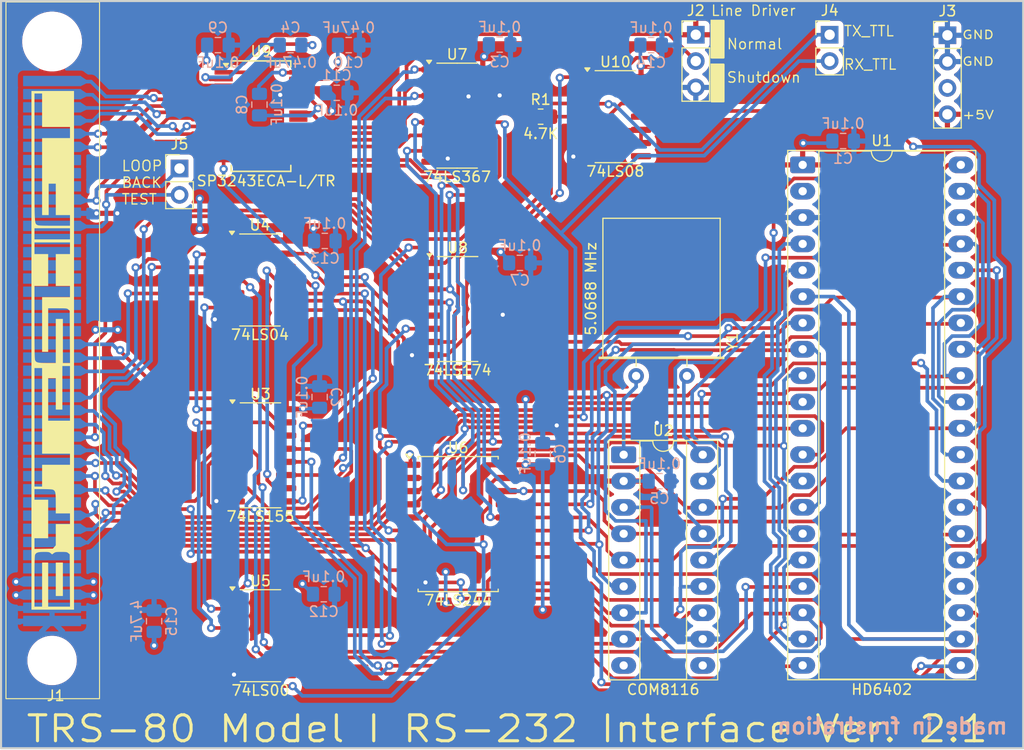
<source format=kicad_pcb>
(kicad_pcb (version 20241229) (generator "pcbnew") (generator_version "9.0")
  (title_block (title "TRS-80 Model I RS-232 Inferface") (date "2025-05-04") (rev "2.1") (company "Roger Murley/BYTESHiFT"))
  (layers (0 "F.Cu" signal) (2 "B.Cu" signal) (13 "F.Paste" user) (15 "B.Paste" user) (5 "F.SilkS" user "F.Silkscreen") (7 "B.SilkS" user "B.Silkscreen") (1 "F.Mask" user) (3 "B.Mask" user) (25 "Edge.Cuts" user))
  (net 0 "")
  (net 1 "GND")
  (net 2 "VCC")
  (net 3 "Net-(U9-C2-)")
  (net 4 "Net-(U9-C2+)")
  (net 5 "Net-(U9-C1-)")
  (net 6 "Net-(U9-C1+)")
  (net 7 "Net-(U9-V-)")
  (net 8 "Net-(U9-V+)")
  (net 9 "/PULLUP")
  (net 10 "Net-(U1-RXBUF0)")
  (net 11 "Net-(U1-DATA_RCVD)")
  (net 12 "D7")
  (net 13 "D6")
  (net 14 "Net-(U1-TXCLK)")
  (net 15 "Net-(U1-STATUS_DISABLE)")
  (net 16 "D3")
  (net 17 "Net-(U1-RXBUFDIS)")
  (net 18 "Net-(U1-OVERRUN)")
  (net 19 "Net-(U1-RXCLK)")
  (net 20 "Net-(U1-FRAMERR)")
  (net 21 "Net-(U1-PARERR)")
  (net 22 "D5")
  (net 23 "Net-(U1-RXBUF6)")
  (net 24 "Net-(U1-~{TXLOAD})")
  (net 25 "RX_TTL")
  (net 27 "D4")
  (net 28 "D1")
  (net 29 "D2")
  (net 30 "D0")
  (net 31 "Net-(U1-RXBUF2)")
  (net 32 "Net-(U1-CTRL_REG_LOAD)")
  (net 33 "Net-(U1-RESET)")
  (net 34 "Net-(U1-RXBUF1)")
  (net 35 "Net-(U1-TX_SERIAL)")
  (net 36 "Net-(U2-XTAL{slash}EXT1)")
  (net 37 "Net-(U2-RX_STROBE)")
  (net 38 "Net-(U2-XTAL{slash}EXT2)")
  (net 39 "A0")
  (net 40 "Net-(U3-Ea1)")
  (net 41 "Net-(U3-Ea2)")
  (net 43 "Net-(U3-Q0a)")
  (net 44 "Net-(U3-Q2b)")
  (net 45 "A1")
  (net 46 "Net-(U3-Q1b)")
  (net 47 "~{OUT}")
  (net 48 "Net-(U3-Q0b)")
  (net 49 "A2")
  (net 50 "Net-(U4-Pad6)")
  (net 53 "Net-(U4-Pad4)")
  (net 55 "Net-(U6A-~{OE})")
  (net 56 "Net-(U5-Pad4)")
  (net 57 "Net-(U7-I1)")
  (net 58 "Net-(U7-I3)")
  (net 59 "Net-(U7-I4)")
  (net 61 "Net-(U7-I2)")
  (net 63 "Net-(U8-Q2)")
  (net 66 "Net-(U8-Q1)")
  (net 67 "Net-(U8-Q0)")
  (net 68 "RI")
  (net 71 "CD")
  (net 72 "RTS")
  (net 73 "CTS")
  (net 74 "DTR")
  (net 75 "DSR")
  (net 76 "TXD")
  (net 77 "TX_TTL")
  (net 78 "RXD")
  (net 97 "~{IN}")
  (net 99 "~{E8}")
  (net 100 "~{SHUTDOWN}")
  (footprint "Package_SO:SOIC-14_3.9x8.7mm_P1.27mm" (layer "F.Cu") (at 135.1 85.75)
    (property "Reference" "U10")
    (property "Value" "74LS08")
  )
  (footprint "Package_DIP:DIP-18_W7.62mm_Socket_LongPads" (layer "F.Cu") (at 135.9 118.35)
    (property "Reference" "U2")
    (property "Value" "COM8116")
  )
  (footprint "Package_SO:SOIC-14_3.9x8.7mm_P1.27mm" (layer "F.Cu") (at 100.85 101.5)
    (property "Reference" "U4")
    (property "Value" "74LS04")
  )
  (footprint "Package_SO:SOIC-20W_7.5x12.8mm_P1.27mm" (layer "F.Cu") (at 119.95 125.035)
    (property "Reference" "U6")
    (property "Value" "74LS244")
  )
  (footprint "Package_SO:SSOP-28_5.3x10.2mm_P0.65mm" (layer "F.Cu") (at 100.95 85.7)
    (property "Reference" "U9")
    (property "Value" "SP3243ECA-L/TR")
  )
  (footprint "Resistor_SMD:R_0805_2012Metric_Pad1.20x1.40mm_HandSolder" (layer "F.Cu") (at 127.9 85.75)
    (property "Reference" "R1")
    (property "Value" "4.7K")
  )
  (footprint "Package_SO:SOIC-16_3.9x9.9mm_P1.27mm" (layer "F.Cu") (at 119.9 104.3)
    (property "Reference" "U8")
    (property "Value" "74LS174")
  )
  (footprint "Byteshift_Library:TRS-80 M1 EI_ADDON_42P_CONN" (layer "F.Cu") (at 81.2 78.5)
    (property "Reference" "J1" (hide yes))
    (property "Value" "~" (hide yes))
  )
  (footprint "Package_SO:SOIC-16_3.9x9.9mm_P1.27mm" (layer "F.Cu") (at 119.85 85.65)
    (property "Reference" "U7")
    (property "Value" "74LS367")
  )
  (footprint "LOGO" (layer "F.Cu") (at 80.8825 108.2815 90)
    (property "Reference" "G***" (hide yes))
    (property "Value" "LOGO" (hide yes))
  )
  (footprint "Connector_PinHeader_2.54mm:PinHeader_1x03_P2.54mm_Vertical" (layer "F.Cu") (at 142.85 77.85)
    (property "Reference" "J2")
    (property "Value" "Conn_01x03_Pin" (hide yes))
  )
  (footprint "Package_DIP:DIP-40_W15.24mm_Socket_LongPads" (layer "F.Cu") (at 153.15 90.4)
    (property "Reference" "U1")
    (property "Value" "HD6402")
  )
  (footprint "Package_SO:SOIC-16_3.9x9.9mm_P1.27mm" (layer "F.Cu") (at 100.9 118.405)
    (property "Reference" "U3")
    (property "Value" "74LS155")
  )
  (footprint "Connector_PinHeader_2.54mm:PinHeader_1x04_P2.54mm_Vertical" (layer "F.Cu") (at 167.1 77.9)
    (property "Reference" "J3")
    (property "Value" "Conn_01x04_Pin" (hide yes))
  )
  (footprint "Connector_PinHeader_2.54mm:PinHeader_1x02_P2.54mm_Vertical" (layer "F.Cu") (at 155.75 77.85)
    (property "Reference" "J4")
    (property "Value" "Conn_01x02_Pin" (hide yes))
  )
  (footprint "Crystal:Crystal_HC49-U_Horizontal" (layer "F.Cu") (at 142 110.75 180)
    (property "Reference" "Y1")
    (property "Value" "5.0688 MHz")
  )
  (footprint "Package_SO:SOIC-14_3.9x8.7mm_P1.27mm" (layer "F.Cu") (at 100.9 135.8)
    (property "Reference" "U5")
    (property "Value" "74LS00")
  )
  (footprint "Connector_PinHeader_2.54mm:PinHeader_1x02_P2.54mm_Vertical" (layer "F.Cu") (at 93.1 90.75)
    (property "Reference" "J5")
    (property "Value" "Conn_01x02_Pin" (hide yes))
  )
  (footprint "Capacitor_SMD:C_0805_2012Metric_Pad1.18x1.45mm_HandSolder" (layer "B.Cu") (at 108.25 83.45 180)
    (property "Reference" "C11")
    (property "Value" "0.1uF")
  )
  (footprint "Capacitor_SMD:C_0805_2012Metric_Pad1.18x1.45mm_HandSolder" (layer "B.Cu") (at 103.8 78.85 180)
    (property "Reference" "C4")
    (property "Value" "0.47uF")
  )
  (footprint "Capacitor_SMD:C_0805_2012Metric_Pad1.18x1.45mm_HandSolder" (layer "B.Cu") (at 106.6 112.7875 90)
    (property "Reference" "C2")
    (property "Value" "0.1uF")
  )
  (footprint "Capacitor_SMD:C_0805_2012Metric_Pad1.18x1.45mm_HandSolder" (layer "B.Cu") (at 123.95 78.8)
    (property "Reference" "C3")
    (property "Value" "0.1uF")
  )
  (footprint "Capacitor_SMD:C_0805_2012Metric_Pad1.18x1.45mm_HandSolder" (layer "B.Cu") (at 128.1 118.25 90)
    (property "Reference" "C6")
    (property "Value" "0.1uF")
  )
  (footprint "Capacitor_SMD:C_0805_2012Metric_Pad1.18x1.45mm_HandSolder" (layer "B.Cu") (at 96.8 78.85 180)
    (property "Reference" "C9")
    (property "Value" "0.1uF")
  )
  (footprint "Capacitor_SMD:C_0805_2012Metric_Pad1.18x1.45mm_HandSolder" (layer "B.Cu") (at 157.05 88.1)
    (property "Reference" "C1")
    (property "Value" "0.1uF")
  )
  (footprint "Capacitor_SMD:C_0805_2012Metric_Pad1.18x1.45mm_HandSolder" (layer "B.Cu") (at 107.1 97.735)
    (property "Reference" "C13")
    (property "Value" "0.1uF")
  )
  (footprint "Capacitor_SMD:C_0805_2012Metric_Pad1.18x1.45mm_HandSolder" (layer "B.Cu") (at 109.4 78.85)
    (property "Reference" "C10")
    (property "Value" "0.47uF")
  )
  (footprint "Capacitor_SMD:C_0805_2012Metric_Pad1.18x1.45mm_HandSolder" (layer "B.Cu") (at 107 131.8)
    (property "Reference" "C12")
    (property "Value" "0.1uF")
  )
  (footprint "Capacitor_SMD:C_0805_2012Metric_Pad1.18x1.45mm_HandSolder" (layer "B.Cu") (at 100.8 84.5875 -90)
    (property "Reference" "C8")
    (property "Value" "0.1uF")
  )
  (footprint "Capacitor_SMD:C_0805_2012Metric_Pad1.18x1.45mm_HandSolder" (layer "B.Cu") (at 138.55 78.85)
    (property "Reference" "C14")
    (property "Value" "0.1uF")
  )
  (footprint "Capacitor_SMD:C_0805_2012Metric_Pad1.18x1.45mm_HandSolder" (layer "B.Cu") (at 125.9 99.85)
    (property "Reference" "C7")
    (property "Value" "0.1uF")
  )
  (footprint "Capacitor_SMD:C_0805_2012Metric_Pad1.18x1.45mm_HandSolder" (layer "B.Cu") (at 90.65 134.4 90)
    (property "Reference" "C15")
    (property "Value" "4.7uF")
  )
  (footprint "Capacitor_SMD:C_0805_2012Metric_Pad1.18x1.45mm_HandSolder" (layer "B.Cu") (at 139.35 120.9)
    (property "Reference" "C5")
    (property "Value" "0.1uF")
  )
  (gr_rect (start 144.375 76.5) (end 145.525 80.05) (stroke (width 0.2)) (fill yes) (layer "F.SilkS"))
  (gr_rect (start 144.375 80.725) (end 145.525 84.275) (stroke (width 0.2)) (fill yes) (layer "F.SilkS"))
  (gr_rect (start 75.9 74.6) (end 174.4 146.65) (stroke (width 0.2)) (fill no) (layer "Edge.Cuts"))
  (gr_text "TRS-80 Model I RS-232 Interface Ver. 2.1" (at 78.15 146.25 0) (layer "F.SilkS") (effects (font (size 2.5 2.8) (thickness 0.3) (bold yes)) (justify left bottom)))
  (gr_text "Line Driver\n\n  Normal\n\n  Shutdown" (at 144.25 82.55 0) (layer "F.SilkS") (effects (font (size 1 1) (thickness 0.125)) (justify left bottom)))
  (gr_text "GND\n\nGND\n\n\n\n+5V" (at 168.45 86.05 0) (layer "F.SilkS") (effects (font (size 0.8 1) (thickness 0.125)) (justify left bottom)))
  (gr_text "TX_TTL\n\nRX_TTL" (at 157.05 81.3 0) (layer "F.SilkS") (effects (font (size 1 1) (thickness 0.125)) (justify left bottom)))
  (gr_text "LOOP\nBACK\nTEST" (at 87.45 94.3 0) (layer "F.SilkS") (effects (font (size 1 1) (thickness 0.125)) (justify left bottom)))
  (gr_text "made in frustration" (at 173.05 145.4 0) (layer "B.SilkS") (effects (font (size 1.5 1.5) (thickness 0.3) (bold yes)) (justify left bottom mirror)))
  (segment (start 117.42 108.75) (end 115.5 108.75) (width 0.35) (layer "F.Cu") (net 1))
  (segment (start 123.675 83.745) (end 122.325 83.745) (width 0.35) (layer "F.Cu") (net 1))
  (segment (start 98.425 122.85) (end 96.683 122.85) (width 0.5) (layer "F.Cu") (net 1))
  (segment (start 118.894232 108.745) (end 121.434232 106.205) (width 0.35) (layer "F.Cu") (net 1))
  (segment (start 118.4451 90.295) (end 117.575 90.295) (width 0.35) (layer "F.Cu") (net 1))
  (segment (start 118.95 89.7901) (end 118.4451 90.295) (width 0.35) (layer "F.Cu") (net 1))
  (segment (start 123.95 83.7) (end 123.72 83.7) (width 0.35) (layer "F.Cu") (net 1))
  (segment (start 87.1 95.07) (end 85.1 95.07) (width 0.5) (layer "F.Cu") (net 1))
  (segment (start 123.349999 106.205) (end 122.375 106.205) (width 0.5) (layer "F.Cu") (net 1))
  (segment (start 124.25 104.85) (end 124.25 105.304999) (width 0.5) (layer "F.Cu") (net 1))
  (segment (start 117.575 90.295) (end 117.375 90.095) (width 0.35) (layer "F.Cu") (net 1))
  (segment (start 116.8 130.6638) (end 116.7138 130.75) (width 0.35) (layer "F.Cu") (net 1))
  (segment (start 103.7875 83.45) (end 103.8125 83.425) (width 0.35) (layer "F.Cu") (net 1))
  (segment (start 102.8 83.65) (end 102.8 83.5) (width 0.35) (layer "F.Cu") (net 1))
  (segment (start 120.95 83.8) (end 122.27 83.8) (width 0.35) (layer "F.Cu") (net 1))
  (segment (start 138.876 115.4989) (end 129.4761 115.4989) (width 0.35) (layer "F.Cu") (net 1))
  (segment (start 102.85 83.45) (end 103.7875 83.45) (width 0.35) (layer "F.Cu") (net 1))
  (segment (start 96.51 105.31) (end 98.375 105.31) (width 0.35) (layer "F.Cu") (net 1))
  (segment (start 129.4761 115.4989) (end 129.45 115.525) (width 0.35) (layer "F.Cu") (net 1))
  (segment (start 122.375 102.395) (end 122.375 103.665) (width 0.35) (layer "F.Cu") (net 1))
  (segment (start 123.565 103.665) (end 123.065 103.665) (width 0.5) (layer "F.Cu") (net 1))
  (segment (start 124.25 104.85) (end 124.25 104.35) (width 0.5) (layer "F.Cu") (net 1))
  (segment (start 96.683 122.85) (end 96.65 122.817) (width 0.5) (layer "F.Cu") (net 1))
  (segment (start 124.25 104.35) (end 123.565 103.665) (width 0.5) (layer "F.Cu") (net 1))
  (segment (start 129.45 115.525) (end 129.6568 115.525) (width 0.35) (layer "F.Cu") (net 1))
  (segment (start 96.5 105.3) (end 96.51 105.31) (width 0.35) (layer "F.Cu") (net 1))
  (segment (start 123.72 83.7) (end 123.675 83.745) (width 0.35) (layer "F.Cu") (net 1))
  (segment (start 124.25 105.304999) (end 123.349999 106.205) (width 0.5) (layer "F.Cu") (net 1))
  (segment (start 123.2633 103.665) (end 122.375 103.665) (width 0.35) (layer "F.Cu") (net 1))
  (segment (start 102.8 83.5) (end 102.85 83.45) (width 0.35) (layer "F.Cu") (net 1))
  (segment (start 132.35 89.6) (end 132.4 89.55) (width 0.35) (layer "F.Cu") (net 1))
  (segment (start 139.1 115.2749) (end 138.876 115.4989) (width 0.35) (layer "F.Cu") (net 1))
  (segment (start 121.434232 106.205) (end 122.375 106.205) (width 0.35) (layer "F.Cu") (net 1))
  (segment (start 116.7138 130.75) (end 115.3 130.75) (width 0.35) (layer "F.Cu") (net 1))
  (segment (start 117.425 108.745) (end 118.894232 108.745) (width 0.35) (layer "F.Cu") (net 1))
  (segment (start 131.05 89.6) (end 132.35 89.6) (width 0.35) (layer "F.Cu") (net 1))
  (via (at 139.1 115.2749) (size 0.8) (drill 0.4) (layers "F.Cu" "B.Cu") (net 1))
  (via (at 129.45 115.525) (size 0.8) (drill 0.4) (layers "F.Cu" "B.Cu") (net 1))
  (via (at 116.8 130.6638) (size 0.8) (drill 0.4) (layers "F.Cu" "B.Cu") (net 1))
  (via (at 87.1 95.07) (size 0.8) (drill 0.4) (layers "F.Cu" "B.Cu") (net 1))
  (via (at 115.5 108.75) (size 0.8) (drill 0.4) (layers "F.Cu" "B.Cu") (net 1))
  (via (at 123.95 83.7) (size 0.8) (drill 0.4) (layers "F.Cu" "B.Cu") (net 1))
  (via (at 131.05 89.6) (size 0.8) (drill 0.4) (layers "F.Cu" "B.Cu") (net 1))
  (via (at 98.35 139.55) (size 0.8) (drill 0.4) (layers "F.Cu" "B.Cu") (net 1))
  (via (at 85.1 95.07) (size 0.8) (drill 0.4) (layers "F.Cu" "B.Cu") (net 1))
  (via (at 118.95 89.7901) (size 0.8) (drill 0.4) (layers "F.Cu" "B.Cu") (net 1))
  (via (at 124.25 104.85) (size 0.8) (drill 0.4) (layers "F.Cu" "B.Cu") (net 1))
  (via (at 102.8 83.65) (size 0.8) (drill 0.4) (layers "F.Cu" "B.Cu") (net 1))
  (via (at 120.95 83.8) (size 0.8) (drill 0.4) (layers "F.Cu" "B.Cu") (net 1))
  (via (at 96.65 122.817) (size 0.8) (drill 0.4) (layers "F.Cu" "B.Cu") (net 1))
  (via (at 96.5 105.3) (size 0.8) (drill 0.4) (layers "F.Cu" "B.Cu") (net 1))
  (segment (start 84.75 134.4) (end 84.71 134.44) (width 0.5) (layer "B.Cu") (net 1))
  (segment (start 118.95 86.6718) (end 118.95 89.7901) (width 0.35) (layer "B.Cu") (net 1))
  (segment (start 84.71 134.44) (end 82.908 134.44) (width 0.5) (layer "B.Cu") (net 1))
  (segment (start 80.819 134.38) (end 80.919 134.38) (width 0.5) (layer "B.Cu") (net 1))
  (segment (start 90.5625 133.275) (end 90.65 133.3625) (width 0.5) (layer "B.Cu") (net 1))
  (segment (start 102.8 83.65) (end 103.192226 83.257774) (width 0.35) (layer "B.Cu") (net 1))
  (segment (start 141.46 136.16) (end 143.49 136.16) (width 0.35) (layer "B.Cu") (net 1))
  (segment (start 80.979 133.17) (end 87.52 133.17) (width 0.5) (layer "B.Cu") (net 1))
  (segment (start 80.819 133.11) (end 80.759 133.17) (width 0.5) (layer "B.Cu") (net 1))
  (segment (start 130.6938 87.492) (end 130.6938 87.5146) (width 0.35) (layer "B.Cu") (net 1))
  (segment (start 84.73 133.17) (end 80.979 133.17) (width 0.5) (layer "B.Cu") (net 1))
  (segment (start 80.759 134.44) (end 77.25 134.4) (width 0.5) (layer "B.Cu") (net 1))
  (segment (start 80.979 95.07) (end 80.919 95.01) (width 0.5) (layer "B.Cu") (net 1))
  (segment (start 80.979 133.17) (end 80.919 133.11) (width 0.5) (layer "B.Cu") (net 1))
  (segment (start 80.819 134.38) (end 80.759 134.44) (width 0.5) (layer "B.Cu") (net 1))
  (segment (start 140.552 121.3855) (end 140.552 135.252) (width 0.35) (layer "B.Cu") (net 1))
  (segment (start 80.979 134.44) (end 86.46 134.44) (width 0.5) (layer "B.Cu") (net 1))
  (segment (start 119.35 85.4) (end 119.35 86.2718) (width 0.35) (layer "B.Cu") (net 1))
  (segment (start 86.46 134.44) (end 87.625 133.275) (width 0.5) (layer "B.Cu") (net 1))
  (segment (start 85.1 95.07) (end 80.979 95.07) (width 0.5) (layer "B.Cu") (net 1))
  (segment (start 80.819 133.11) (end 80.819 134.38) (width 0.5) (layer "B.Cu") (net 1))
  (segment (start 77.25 134.4) (end 77.7 134.5) (width 0.5) (layer "B.Cu") (net 1))
  (segment (start 87.52 133.17) (end 87.625 133.275) (width 0.5) (layer "B.Cu") (net 1))
  (segment (start 141.0375 120.9) (end 140.552 121.3855) (width 0.35) (layer "B.Cu") (net 1))
  (segment (start 80.919 133.11) (end 80.819 133.11) (width 0.5) (layer "B.Cu") (net 1))
  (segment (start 80.919 134.38) (end 80.979 134.44) (width 0.5) (layer "B.Cu") (net 1))
  (segment (start 77.72 133.17) (end 77.15 133.15) (width 0.5) (layer "B.Cu") (net 1))
  (segment (start 139.1 118.9625) (end 141.0375 120.9) (width 0.35) (layer "B.Cu") (net 1))
  (segment (start 140.552 135.252) (end 141.46 136.16) (width 0.35) (layer "B.Cu") (net 1))
  (segment (start 80.919 95.01) (end 80.819 95.01) (width 0.5) (layer "B.Cu") (net 1))
  (segment (start 120.95 83.8) (end 119.35 85.4) (width 0.35) (layer "B.Cu") (net 1))
  (segment (start 87.625 133.275) (end 90.5625 133.275) (width 0.5) (layer "B.Cu") (net 1))
  (segment (start 84.75 133.15) (end 84.73 133.17) (width 0.5) (layer "B.Cu") (net 1))
  (segment (start 140.3875 120.9) (end 141.0375 120.9) (width 0.35) (layer "B.Cu") (net 1))
  (segment (start 139.1 115.2749) (end 139.1 118.9625) (width 0.35) (layer "B.Cu") (net 1))
  (segment (start 119.35 86.2718) (end 118.95 86.6718) (width 0.35) (layer "B.Cu") (net 1))
  (segment (start 80.759 133.17) (end 77.72 133.17) (width 0.5) (layer "B.Cu") (net 1))
  (segment (start 103.8125 84.725) (end 102.275 84.725) (width 0.35) (layer "F.Cu") (net 2))
  (segment (start 120.202 123.093445) (end 120.202 128.198) (width 0.35) (layer "F.Cu") (net 2))
  (segment (start 153.2 88.3) (end 153.2 90.35) (width 0.35) (layer "F.Cu") (net 2))
  (segment (start 124.05 99.45) (end 123.645 99.855) (width 0.35) (layer "F.Cu") (net 2))
  (segment (start 86.05 130.6) (end 86.05 131.9) (width 0.5) (layer "F.Cu") (net 2))
  (segment (start 128.01865 120.89) (end 126.44865 119.32) (width 0.35) (layer "F.Cu") (net 2))
  (segment (start 135.9 120.89) (end 128.01865 120.89) (width 0.35) (layer "F.Cu") (net 2))
  (segment (start 87.15 105.6) (end 87.15 106.3) (width 0.5) (layer "F.Cu") (net 2))
  (segment (start 101.85 84.3) (end 101.85 83.15) (width 0.35) (layer "F.Cu") (net 2))
  (segment (start 103.375 113.96) (end 103.375 112.425) (width 0.5) (layer "F.Cu") (net 2))
  (segment (start 122.325 80.225) (end 122.325 81.205) (width 0.35) (layer "F.Cu") (net 2))
  (segment (start 122.45 80.1) (end 122.325 80.225) (width 0.35) (layer "F.Cu") (net 2))
  (segment (start 77.35 131.9) (end 76.55 131.9) (width 0.5) (layer "F.Cu") (net 2))
  (segment (start 126.45 112.5289) (end 126.45 113) (width 0.35) (layer "F.Cu") (net 2))
  (segment (start 121.202 122.093445) (end 120.202 123.093445) (width 0.35) (layer "F.Cu") (net 2))
  (segment (start 123.645 99.855) (end 122.375 99.855) (width 0.35) (layer "F.Cu") (net 2))
  (segment (start 86.05 131.9) (end 84.8 131.9) (width 0.5) (layer "F.Cu") (net 2))
  (segment (start 122.45 79.95) (end 122.45 80.1) (width 0.35) (layer "F.Cu") (net 2))
  (segment (start 126.44865 119.32) (end 124.6 119.32) (width 0.35) (layer "F.Cu") (net 2))
  (segment (start 100.15 96.5) (end 101.34 97.69) (width 0.5) (layer "F.Cu") (net 2))
  (segment (start 108.25 84.4) (end 108.5 84.4) (width 0.5) (layer "F.Cu") (net 2))
  (segment (start 84.8 130.6) (end 86.05 130.6) (width 0.5) (layer "F.Cu") (net 2))
  (segment (start 85 105.2) (end 85 106.3) (width 0.35) (layer "F.Cu") (net 2))
  (segment (start 121.202 121.198) (end 121.202 122.093445) (width 0.35) (layer "F.Cu") (net 2))
  (segment (start 95.05 96.55) (end 100.1 96.55) (width 0.5) (layer "F.Cu") (net 2))
  (segment (start 120.202 128.198) (end 118.75 129.65) (width 0.35) (layer "F.Cu") (net 2))
  (segment (start 104.55 82.775) (end 105.725 82.775) (width 0.45) (layer "F.Cu") (net 2))
  (segment (start 95.05 93.65) (end 94.95 93.55) (width 0.5) (layer "F.Cu") (net 2))
  (segment (start 105.725 82.775) (end 107.8 84.85) (width 0.45) (layer "F.Cu") (net 2))
  (segment (start 103.375 112.425) (end 103.4 112.4) (width 0.5) (layer "F.Cu") (net 2))
  (segment (start 102.275 84.725) (end 101.85 84.3) (width 0.35) (layer "F.Cu") (net 2))
  (segment (start 123.08 119.32) (end 121.202 121.198) (width 0.35) (layer "F.Cu") (net 2))
  (segment (start 124.05 98.8) (end 124.05 99.45) (width 0.35) (layer "F.Cu") (net 2))
  (segment (start 76.5 130.6) (end 77.35 130.6) (width 0.5) (layer "F.Cu") (net 2))
  (segment (start 102.225 82.775) (end 103.8125 82.775) (width 0.35) (layer "F.Cu") (net 2))
  (segment (start 124.6 119.32) (end 123.08 119.32) (width 0.35) (layer "F.Cu") (net 2))
  (segment (start 101.34 97.69) (end 103.325 97.69) (width 0.5) (layer "F.Cu") (net 2))
  (segment (start 76.5 131.15) (end 76.5 130.6) (width 0.5) (layer "F.Cu") (net 2))
  (segment (start 76.55 131.9) (end 76.5 131.15) (width 0.5) (layer "F.Cu") (net 2))
  (segment (start 107.8 84.85) (end 108.25 84.4) (width 0.5) (layer "F.Cu") (net 2))
  (segment (start 101.85 83.15) (end 102.225 82.775) (width 0.35) (layer "F.Cu") (net 2))
  (segment (start 100.1 96.55) (end 100.15 96.5) (width 0.5) (layer "F.Cu") (net 2))
  (segment (start 107.8 85.2) (end 107.8 84.85) (width 0.5) (layer "F.Cu") (net 2))
  (via (at 137.55 80.85) (size 0.8) (drill 0.4) (layers "F.Cu" "B.Cu") (net 2))
  (via (at 104.95 130.8) (size 0.8) (drill 0.4) (layers "F.Cu" "B.Cu") (net 2))
  (via (at 85 106.3) (size 0.8) (drill 0.4) (layers "F.Cu" "B.Cu") (net 2))
  (via (at 126.45 113) (size 0.8) (drill 0.4) (layers "F.Cu" "B.Cu") (net 2))
  (via (at 77.35 131.9) (size 0.8) (drill 0.4) (layers "F.Cu" "B.Cu") (net 2))
  (via (at 153.2 88.3) (size 0.8) (drill 0.4) (layers "F.Cu" "B.Cu") (net 2))
  (via (at 118.75 129.65) (size 0.8) (drill 0.4) (layers "F.Cu" "B.Cu") (net 2))
  (via (at 107.8 85.2) (size 0.8) (drill 0.4) (layers "F.Cu" "B.Cu") (net 2))
  (via (at 90.65 136.75) (size 0.8) (drill 0.4) (layers "F.Cu" "B.Cu") (net 2))
  (via (at 95.05 93.65) (size 0.8) (drill 0.4) (layers "F.Cu" "B.Cu") (net 2))
  (via (at 128.1 133.3) (size 0.8) (drill 0.4) (layers "F.Cu" "B.Cu") (net 2))
  (via (at 84.8 131.9) (size 0.8) (drill 0.4) (layers "F.Cu" "B.Cu") (net 2))
  (via (at 95.05 96.55) (size 0.8) (drill 0.4) (layers "F.Cu" "B.Cu") (net 2))
  (via (at 106 96.55) (size 0.8) (drill 0.4) (layers "F.Cu" "B.Cu") (net 2))
  (via (at 77.35 130.6) (size 0.8) (drill 0.4) (layers "F.Cu" "B.Cu") (net 2))
  (via (at 122.45 79.95) (size 0.8) (drill 0.4) (layers "F.Cu" "B.Cu") (net 2))
  (via (at 126.44865 119.32) (size 0.8) (drill 0.4) (layers "F.Cu" "B.Cu") (net 2))
  (via (at 84.8 130.6) (size 0.8) (drill 0.4) (layers "F.Cu" "B.Cu") (net 2))
  (via (at 124.05 98.8) (size 0.8) (drill 0.4) (layers "F.Cu" "B.Cu") (net 2))
  (via (at 105 113.9) (size 0.8) (drill 0.4) (layers "F.Cu" "B.Cu") (net 2))
  (via (at 118.75 132.65) (size 0.8) (drill 0.4) (layers "F.Cu" "B.Cu") (net 2))
  (via (at 87.15 106.3) (size 0.8) (drill 0.4) (layers "F.Cu" "B.Cu") (net 2))
  (segment (start 77.78 130.63) (end 80.759 130.63) (width 0.5) (layer "B.Cu") (net 2))
  (segment (start 153.2 88.3) (end 156.1375 88.3) (width 0.35) (layer "B.Cu") (net 2))
  (segment (start 80.819 130.57) (end 80.919 130.57) (width 0.5) (layer "B.Cu") (net 2))
  (segment (start 80.819 131.84) (end 80.919 131.84) (width 0.5) (layer "B.Cu") (net 2))
  (segment (start 106 96.55) (end 106.0625 96.6125) (width 0.35) (layer "B.Cu") (net 2))
  (segment (start 77.35 131.9) (end 80.759 131.9) (width 0.5) (layer "B.Cu") (net 2))
  (segment (start 77.35 130.6) (end 77.78 130.63) (width 0.5) (layer "B.Cu") (net 2))
  (segment (start 126.45 116.76853) (end 126.44865 116.76988) (width 0.35) (layer "B.Cu") (net 2))
  (segment (start 107.9125 84.7375) (end 107.9125 83.75) (width 0.5) (layer "B.Cu") (net 2))
  (segment (start 105 113.9) (end 106.0125 113.9) (width 0.35) (layer "B.Cu") (net 2))
  (segment (start 126.45 113) (end 126.45 116.76853) (width 0.35) (layer "B.Cu") (net 2))
  (segment (start 80.919 131.84) (end 80.979 131.9) (width 0.5) (layer "B.Cu") (net 2))
  (segment (start 137.5125 80.8125) (end 137.5125 78.85) (width 0.35) (layer "B.Cu") (net 2))
  (segment (start 107.9125 83.75) (end 107.6125 83.45) (width 0.5) (layer "B.Cu") (net 2))
  (segment (start 122.45 79.95) (end 122.9125 79.4875) (width 0.35) (layer "B.Cu") (net 2))
  (segment (start 126.44865 116.76988) (end 126.44865 119.32) (width 0.35) (layer "B.Cu") (net 2))
  (segment (start 80.919 130.57) (end 80.979 130.63) (width 0.5) (layer "B.Cu") (net 2))
  (segment (start 84.77 130.63) (end 84.8 130.6) (width 0.5) (layer "B.Cu") (net 2))
  (segment (start 80.759 130.63) (end 80.819 130.57) (width 0.5) (layer "B.Cu") (net 2))
  (segment (start 80.759 131.9) (end 80.819 131.84) (width 0.5) (layer "B.Cu") (net 2))
  (segment (start 106.0625 96.6125) (end 106.0625 97.735) (width 0.35) (layer "B.Cu") (net 2))
  (segment (start 124.05 98.8) (end 124.8625 99.6125) (width 0.35) (layer "B.Cu") (net 2))
  (segment (start 80.979 130.63) (end 84.77 130.63) (width 0.5) (layer "B.Cu") (net 2))
  (segment (start 122.9125 79.4875) (end 122.9125 78.8) (width 0.35) (layer "B.Cu") (net 2))
  (segment (start 118.75 129.65) (end 118.75 132.65) (width 0.35) (layer "B.Cu") (net 2))
  (segment (start 128.07 119.32) (end 126.44865 119.32) (width 0.35) (layer "B.Cu") (net 2))
  (segment (start 138.3025 120.89) (end 135.9 120.89) (width 0.35) (layer "B.Cu") (net 2))
  (segment (start 107.8 85.2) (end 107.8 84.85) (width 0.5) (layer "B.Cu") (net 2))
  (segment (start 90.65 136.75) (end 90.65 135.4375) (width 0.45) (layer "B.Cu") (net 2))
  (segment (start 104.95 130.8) (end 105.95 131.8) (width 0.35) (layer "B.Cu") (net 2))
  (segment (start 137.55 80.85) (end 137.5125 80.8125) (width 0.35) (layer "B.Cu") (net 2))
  (segment (start 107.8 84.85) (end 107.9125 84.7375) (width 0.5) (layer "B.Cu") (net 2))
  (segment (start 85 106.3) (end 87.15 106.3) (width 0.5) (layer "B.Cu") (net 2))
  (segment (start 126.44865 119.32) (end 127.814216 119.32) (width 0.35) (layer "B.Cu") (net 2))
  (segment (start 107.6125 83.45) (end 107.2125 83.45) (width 0.5) (layer "B.Cu") (net 2))
  (segment (start 80.979 131.9) (end 84.8 131.9) (width 0.5) (layer "B.Cu") (net 2))
  (segment (start 95.05 96.55) (end 95.05 93.65) (width 0.5) (layer "B.Cu") (net 2))
  (segment (start 128.1 133.3) (end 128.1 119.35) (width 0.35) (layer "B.Cu") (net 2))
  (segment (start 128.1 119.35) (end 128.07 119.32) (width 0.35) (layer "B.Cu") (net 2))
  (segment (start 96.45 82.15) (end 96.475 82.125) (width 0.35) (layer "F.Cu") (net 3))
  (segment (start 95.6 81.95) (end 95.85 81.95) (width 0.35) (layer "F.Cu") (net 3))
  (segment (start 95.85 81.95) (end 96.05 82.15) (width 0.35) (layer "F.Cu") (net 3))
  (segment (start 96.05 82.15) (end 96.45 82.15) (width 0.35) (layer "F.Cu") (net 3))
  (via (at 95.6 81.95) (size 0.8) (drill 0.4) (layers "F.Cu" "B.Cu") (net 3))
  (segment (start 95.6 81.95) (end 97.9 81.95) (width 0.35) (layer "B.Cu") (net 3))
  (segment (start 101.045 78.805) (end 102.7175 78.805) (width 0.35) (layer "B.Cu") (net 3))
  (segment (start 97.9 81.95) (end 101.045 78.805) (width 0.35) (layer "B.Cu") (net 3))
  (segment (start 102.7175 78.805) (end 102.7625 78.85) (width 0.35) (layer "B.Cu") (net 3))
  (segment (start 105.8 78.75) (end 102.35 78.75) (width 0.35) (layer "F.Cu") (net 4))
  (segment (start 102.35 78.75) (end 99.625 81.475) (width 0.35) (layer "F.Cu") (net 4))
  (segment (start 99.625 81.475) (end 98.0875 81.475) (width 0.35) (layer "F.Cu") (net 4))
  (segment (start 105.9 78.85) (end 105.8 78.75) (width 0.35) (layer "F.Cu") (net 4))
  (via (at 105.9 78.85) (size 0.8) (drill 0.4) (layers "F.Cu" "B.Cu") (net 4))
  (segment (start 105.9 78.85) (end 104.8375 78.85) (width 0.35) (layer "B.Cu") (net 4))
  (segment (start 106.425 84.789702) (end 105.710298 84.075) (width 0.35) (layer "F.Cu") (net 5))
  (segment (start 105.710298 84.075) (end 103.8125 84.075) (width 0.35) (layer "F.Cu") (net 5))
  (segment (start 106.425 84.925) (end 106.425 84.789702) (width 0.35) (layer "F.Cu") (net 5))
  (via (at 106.425 84.925) (size 0.8) (drill 0.4) (layers "F.Cu" "B.Cu") (net 5))
  (segment (start 105.7125 85.6375) (end 100.75 85.6375) (width 0.35) (layer "B.Cu") (net 5))
  (segment (start 106.425 84.925) (end 105.7125 85.6375) (width 0.35) (layer "B.Cu") (net 5))
  (segment (start 103.05 81.5) (end 103.7875 81.5) (width 0.35) (layer "F.Cu") (net 6))
  (segment (start 103.7875 81.5) (end 103.8125 81.475) (width 0.35) (layer "F.Cu") (net 6))
  (via (at 103.05 81.5) (size 0.8) (drill 0.4) (layers "F.Cu" "B.Cu") (net 6))
  (segment (start 103.05 81.5) (end 102.05 81.5) (width 0.35) (layer "B.Cu") (net 6))
  (segment (start 102.05 81.5) (end 100.75 82.8) (width 0.35) (layer "B.Cu") (net 6))
  (segment (start 100.75 82.8) (end 100.75 83.5625) (width 0.35) (layer "B.Cu") (net 6))
  (segment (start 95.7 80.3) (end 94.824 81.176) (width 0.35) (layer "F.Cu") (net 7))
  (segment (start 95.30097 82.7484) (end 98.0609 82.7484) (width 0.35) (layer "F.Cu") (net 7))
  (segment (start 94.824 82.27143) (end 95.30097 82.7484) (width 0.35) (layer "F.Cu") (net 7))
  (segment (start 94.824 81.176) (end 94.824 82.27143) (width 0.35) (layer "F.Cu") (net 7))
  (via (at 95.7 80.3) (size 0.8) (drill 0.4) (layers "F.Cu" "B.Cu") (net 7))
  (segment (start 95.7 80.3) (end 95.7 78.9125) (width 0.35) (layer "B.Cu") (net 7))
  (segment (start 95.7 78.9125) (end 95.7625 78.85) (width 0.35) (layer "B.Cu") (net 7))
  (segment (start 108.35 80.45) (end 108.35 81) (width 0.35) (layer "F.Cu") (net 8))
  (segment (start 107.22 82.13) (end 103.8175 82.13) (width 0.35) (layer "F.Cu") (net 8))
  (segment (start 108.35 81) (end 107.22 82.13) (width 0.35) (layer "F.Cu") (net 8))
  (via (at 108.35 80.45) (size 0.8) (drill 0.4) (layers "F.Cu" "B.Cu") (net 8))
  (segment (start 108.35 78.8625) (end 108.3625 78.85) (width 0.35) (layer "B.Cu") (net 8))
  (segment (start 108.35 80.45) (end 108.35 78.8625) (width 0.35) (layer "B.Cu") (net 8))
  (segment (start 121.4 97.15) (end 118.695 99.855) (width 0.35) (layer "F.Cu") (net 9))
  (segment (start 104.55 133.3) (end 103.415 133.3) (width 0.35) (layer "F.Cu") (net 9))
  (segment (start 116.54276 98.37276) (end 117.425 99.255) (width 0.35) (layer "F.Cu") (net 9))
  (segment (start 107 135.75) (end 104.55 133.3) (width 0.35) (layer "F.Cu") (net 9))
  (segment (start 124.875 97.15) (end 121.4 97.15) (width 0.35) (layer "F.Cu") (net 9))
  (segment (start 103.375 134.53) (end 103.375 133.26) (width 0.35) (layer "F.Cu") (net 9))
  (segment (start 115.17724 98.37276) (end 116.54276 98.37276) (width 0.35) (layer "F.Cu") (net 9))
  (segment (start 132.625 85.75) (end 134.4 85.75) (width 0.35) (layer "F.Cu") (net 9))
  (segment (start 135.67 84.48) (end 137.575 84.48) (width 0.35) (layer "F.Cu") (net 9))
  (segment (start 132.625 85.75) (end 132.625 87.02) (width 0.35) (layer "F.Cu") (net 9))
  (segment (start 134.4 85.75) (end 135.67 84.48) (width 0.35) (layer "F.Cu") (net 9))
  (segment (start 117.425 99.255) (end 117.425 99.855) (width 0.35) (layer "F.Cu") (net 9))
  (segment (start 113.32585 135.75) (end 107 135.75) (width 0.35) (layer "F.Cu") (net 9))
  (segment (start 128.9 85.75) (end 128.9 93.125) (width 0.35) (layer "F.Cu") (net 9))
  (segment (start 128.9 85.75) (end 132.625 85.75) (width 0.35) (layer "F.Cu") (net 9))
  (segment (start 137.575 84.48) (end 137.575 83.21) (width 0.35) (layer "F.Cu") (net 9))
  (segment (start 137.575 87.02) (end 137.575 88.29) (width 0.35) (layer "F.Cu") (net 9))
  (segment (start 113.37445 135.7986) (end 113.32585 135.75) (width 0.35) (layer "F.Cu") (net 9))
  (segment (start 128.9 93.125) (end 124.875 97.15) (width 0.35) (layer "F.Cu") (net 9))
  (segment (start 137.575 87.02) (end 132.625 87.02) (width 0.35) (layer "F.Cu") (net 9))
  (segment (start 118.695 99.855) (end 117.425 99.855) (width 0.35) (layer "F.Cu") (net 9))
  (via (at 113.37445 135.7986) (size 0.8) (drill 0.4) (layers "F.Cu" "B.Cu") (net 9))
  (via (at 115.17724 98.37276) (size 0.8) (drill 0.4) (layers "F.Cu" "B.Cu") (net 9))
  (segment (start 113.346815 135.770965) (end 113.346815 127.024137) (width 0.35) (layer "B.Cu") (net 9))
  (segment (start 113.37445 135.7986) (end 113.346815 135.770965) (width 0.35) (layer "B.Cu") (net 9))
  (segment (start 113.346815 127.024137) (end 111.6 125.277322) (width 0.35) (layer "B.Cu") (net 9))
  (segment (start 112.5 101.05) (end 115.17724 98.37276) (width 0.35) (layer "B.Cu") (net 9))
  (segment (start 112.5 111.35) (end 112.5 101.05) (width 0.35) (layer "B.Cu") (net 9))
  (segment (start 111.6 125.277322) (end 111.6 112.25) (width 0.35) (layer "B.Cu") (net 9))
  (segment (start 111.6 112.25) (end 112.5 111.35) (width 0.35) (layer "B.Cu") (net 9))
  (segment (start 120.980088 115.149) (end 120.905088 115.074) (width 0.35) (layer "F.Cu") (net 10))
  (segment (start 116.85 120.35) (end 116.61 120.59) (width 0.35) (layer "F.Cu") (net 10))
  (segment (start 139.09443 113.9479) (end 131.72957 113.9479) (width 0.35) (layer "F.Cu") (net 10))
  (segment (start 116.61 120.59) (end 115.3 120.59) (width 0.35) (layer "F.Cu") (net 10))
  (segment (start 154.324 114.624) (end 139.77053 114.624) (width 0.35) (layer "F.Cu") (net 10))
  (segment (start 131.72747 113.95) (end 129.034938 113.95) (width 0.35) (layer "F.Cu") (net 10))
  (segment (start 119.8 115.536228) (end 119.8 116.179232) (width 0.35) (layer "F.Cu") (net 10))
  (segment (start 127.835938 115.149) (end 120.980088 115.149) (width 0.35) (layer "F.Cu") (net 10))
  (segment (start 155.05 115.35) (end 154.324 114.624) (width 0.35) (layer "F.Cu") (net 10))
  (segment (start 153.15 118.34) (end 154.668082 118.34) (width 0.35) (layer "F.Cu") (net 10))
  (segment (start 155.05 117.958082) (end 155.05 115.35) (width 0.35) (layer "F.Cu") (net 10))
  (segment (start 154.668082 118.34) (end 155.05 117.958082) (width 0.35) (layer "F.Cu") (net 10))
  (segment (start 120.905088 115.074) (end 120.262228 115.074) (width 0.35) (layer "F.Cu") (net 10))
  (segment (start 139.77053 114.624) (end 139.09443 113.9479) (width 0.35) (layer "F.Cu") (net 10))
  (segment (start 129.034938 113.95) (end 127.835938 115.149) (width 0.35) (layer "F.Cu") (net 10))
  (segment (start 131.72957 113.9479) (end 131.72747 113.95) (width 0.35) (layer "F.Cu") (net 10))
  (segment (start 116.85 119.129232) (end 116.85 120.35) (width 0.35) (layer "F.Cu") (net 10))
  (segment (start 119.8 116.179232) (end 116.85 119.129232) (width 0.35) (layer "F.Cu") (net 10))
  (segment (start 120.262228 115.074) (end 119.8 115.536228) (width 0.35) (layer "F.Cu") (net 10))
  (segment (start 154.9 132.95) (end 154.3 132.35) (width 0.35) (layer "F.Cu") (net 11))
  (segment (start 132.75 130.75) (end 124.6 130.75) (width 0.35) (layer "F.Cu") (net 11))
  (segment (start 154.9 136) (end 154.9 132.95) (width 0.35) (layer "F.Cu") (net 11))
  (segment (start 134.35 132.35) (end 132.75 130.75) (width 0.35) (layer "F.Cu") (net 11))
  (segment (start 154.3 132.35) (end 134.35 132.35) (width 0.35) (layer "F.Cu") (net 11))
  (segment (start 153.15 136.12) (end 154.78 136.12) (width 0.35) (layer "F.Cu") (net 11))
  (segment (start 154.78 136.12) (end 154.9 136) (width 0.35) (layer "F.Cu") (net 11))
  (segment (start 151.67257 136.12) (end 150.624 135.07143) (width 0.35) (layer "B.Cu") (net 11))
  (segment (start 151.84 100.56) (end 153.15 100.56) (width 0.35) (layer "B.Cu") (net 11))
  (segment (start 150.749 110.242536) (end 150.749 105.671768) (width 0.35) (layer "B.Cu") (net 11))
  (segment (start 150.023 120.681464) (end 150.023 110.968536) (width 0.35) (layer "B.Cu") (net 11))
  (segment (start 150.624 129.196768) (end 151.45 128.370768) (width 0.35) (layer "B.Cu") (net 11))
  (segment (start 150.749 105.671768) (end 151.45 104.970768) (width 0.35) (layer "B.Cu") (net 11))
  (segment (start 153.15 136.12) (end 151.67257 136.12) (width 0.35) (layer "B.Cu") (net 11))
  (segment (start 151.45 126.179232) (end 150.899 125.628232) (width 0.35) (layer "B.Cu") (net 11))
  (segment (start 150.899 125.628232) (end 150.899 121.557464) (width 0.35) (layer "B.Cu") (net 11))
  (segment (start 150.899 121.557464) (end 150.023 120.681464) (width 0.35) (layer "B.Cu") (net 11))
  (segment (start 150.624 135.07143) (end 150.624 129.196768) (width 0.35) (layer "B.Cu") (net 11))
  (segment (start 151.45 104.970768) (end 151.45 100.95) (width 0.35) (layer "B.Cu") (net 11))
  (segment (start 151.45 100.95) (end 151.84 100.56) (width 0.35) (layer "B.Cu") (net 11))
  (segment (start 151.45 128.370768) (end 151.45 126.179232) (width 0.35) (layer "B.Cu") (net 11))
  (segment (start 150.023 110.968536) (end 150.749 110.242536) (width 0.35) (layer "B.Cu") (net 11))
  (segment (start 156.454 111.896) (end 169.277115 111.896) (width 0.35) (layer "F.Cu") (net 12))
  (segment (start 85.05 124.111326) (end 85.659738 124.721064) (width 0.35) (layer "F.Cu") (net 12))
  (segment (start 152.334 119.516) (end 154.271314 119.516) (width 0.35) (layer "F.Cu") (net 12))
  (segment (start 117.9638 130.6638) (end 116.78 129.48) (width 0.35) (layer "F.Cu") (net 12))
  (segment (start 120.2 130.6638) (end 117.9638 130.6638) (width 0.35) (layer "F.Cu") (net 12))
  (segment (start 111.099799 127.349799) (end 113.23 129.48) (width 0.35) (layer "F.Cu") (net 12))
  (segment (start 170.0975 108.6) (end 169.6775 108.18) (width 0.35) (layer "F.Cu") (net 12))
  (segment (start 155.65 118.137314) (end 155.65 112.7) (width 0.35) (layer "F.Cu") (net 12))
  (segment (start 139.8669 134.8331) (end 134.7331 134.8331) (width 0.35) (layer "F.Cu") (net 12))
  (segment (start 149.25 122.6) (end 152.334 119.516) (width 0.35) (layer "F.Cu") (net 12))
  (segment (start 170.0975 111.075615) (end 170.0975 108.6) (width 0.35) (layer "F.Cu") (net 12))
  (segment (start 85 123.1) (end 85.05 123.15) (width 0.35) (layer "F.Cu") (net 12))
  (segment (start 115.75 83.75) (end 117.37 83.75) (width 0.35) (layer "F.Cu") (net 12))
  (segment (start 85.05 123.15) (end 85.05 124.111326) (width 0.35) (layer "F.Cu") (net 12))
  (segment (start 110.821816 127.1258) (end 111.045815 127.349799) (width 0.35) (layer "F.Cu") (net 12))
  (segment (start 85.659738 124.721064) (end 87.474904 124.721064) (width 0.35) (layer "F.Cu") (net 12))
  (segment (start 132.1261 132.2261) (end 120.2 132.2261) (width 0.35) (layer "F.Cu") (net 12))
  (segment (start 111.045815 127.349799) (end 111.099799 127.349799) (width 0.35) (layer "F.Cu") (net 12))
  (segment (start 169.6775 108.18) (end 168.39 108.18) (width 0.35) (layer "F.Cu") (net 12))
  (segment (start 145.45 122.6) (end 149.25 122.6) (width 0.35) (layer "F.Cu") (net 12))
  (segment (start 141.368812 133.243564) (end 141.368812 133.331188) (width 0.35) (layer "F.Cu") (net 12))
  (segment (start 169.277115 111.896) (end 170.0975 111.075615) (width 0.35) (layer "F.Cu") (net 12))
  (segment (start 134.7331 134.8331) (end 132.1261 132.2261) (width 0.35) (layer "F.Cu") (net 12))
  (segment (start 113.23 129.48) (end 115.3 129.48) (width 0.35) (layer "F.Cu") (net 12))
  (segment (start 155.65 112.7) (end 156.454 111.896) (width 0.35) (layer "F.Cu") (net 12))
  (segment (start 141.368812 133.331188) (end 139.8669 134.8331) (width 0.35) (layer "F.Cu") (net 12))
  (segment (start 87.474904 124.721064) (end 89.87964 127.1258) (width 0.35) (layer "F.Cu") (net 12))
  (segment (start 116.78 129.48) (end 115.3 129.48) (width 0.35) (layer "F.Cu") (net 12))
  (segment (start 154.271314 119.516) (end 155.65 118.137314) (width 0.35) (layer "F.Cu") (net 12))
  (segment (start 89.87964 127.1258) (end 110.821816 127.1258) (width 0.35) (layer "F.Cu") (net 12))
  (via (at 120.2 132.2261) (size 0.8) (drill 0.4) (layers "F.Cu" "B.Cu") (net 12))
  (via (at 111.045815 127.349799) (size 0.8) (drill 0.4) (layers "F.Cu" "B.Cu") (net 12))
  (via (at 145.45 122.6) (size 0.8) (drill 0.4) (layers "F.Cu" "B.Cu") (net 12))
  (via (at 120.2 130.6638) (size 0.8) (drill 0.4) (layers "F.Cu" "B.Cu") (net 12))
  (via (at 115.75 83.75) (size 0.8) (drill 0.4) (layers "F.Cu" "B.Cu") (net 12))
  (via (at 85 123.1) (size 0.8) (drill 0.4) (layers "F.Cu" "B.Cu") (net 12))
  (via (at 141.368812 133.243564) (size 0.8) (drill 0.4) (layers "F.Cu" "B.Cu") (net 12))
  (segment (start 141.4 131.01) (end 141.47 131.08) (width 0.35) (layer "B.Cu") (net 12))
  (segment (start 145.4 122.65) (end 145.4 126.153115) (width 0.35) (layer "B.Cu") (net 12))
  (segment (start 110.95 85.979232) (end 112.929232 84) (width 0.35) (layer "B.Cu") (net 12))
  (segment (start 168.39 108.18) (end 169.9667 108.18) (width 0.35) (layer "B.Cu") (net 12))
  (segment (start 80.869 124.27) (end 81.209 124.27) (width 0.35) (layer "B.Cu") (net 12))
  (segment (start 80.869 124.27) (end 80.819 124.22) (width 0.35) (layer "B.Cu") (net 12))
  (segment (start 168.8236 92.94) (end 169.9667 92.94) (width 0.35) (layer "B.Cu") (net 12))
  (segment (start 112.929232 84) (end 115.35 84) (width 0.35) (layer "B.Cu") (net 12))
  (segment (start 80.819 124.22) (end 81.189 124.27) (width 0.35) (layer "B.Cu") (net 12))
  (segment (start 84.3 124.2) (end 80.819 124.22) (width 0.35) (layer "B.Cu") (net 12))
  (segment (start 110.176 126.526) (end 110.176 98.63857) (width 0.35) (layer "B.Cu") (net 12))
  (segment (start 141.368812 131.181188) (end 141.47 131.08) (width 0.35) (layer "B.Cu") (net 12))
  (segment (start 169.9667 92.94) (end 171.0701 94.0434) (width 0.35) (layer "B.Cu") (net 12))
  (segment (start 115.35 84) (end 115.6 83.75) (width 0.35) (layer "B.Cu") (net 12))
  (segment (start 110.176 98.63857) (end 110.95 97.86457) (width 0.35) (layer "B.Cu") (net 12))
  (segment (start 110.95 97.86457) (end 110.95 85.979232) (width 0.35) (layer "B.Cu") (net 12))
  (segment (start 141.4 127.75) (end 141.4 131.01) (width 0.35) (layer "B.Cu") (net 12))
  (segment (start 141.88 127.27) (end 141.4 127.75) (width 0.35) (layer "B.Cu") (net 12))
  (segment (start 85 123.9) (end 84.3 124.2) (width 0.35) (layer "B.Cu") (net 12))
  (segment (start 145.4 126.153115) (end 144.283115 127.27) (width 0.35) (layer "B.Cu") (net 12))
  (segment (start 171.0701 94.0434) (end 171.0701 107.0766) (width 0.35) (layer "B.Cu") (net 12))
  (segment (start 141.368812 133.243564) (end 141.368812 131.181188) (width 0.35) (layer "B.Cu") (net 12))
  (segment (start 115.6 83.75) (end 115.75 83.75) (width 0.35) (layer "B.Cu") (net 12))
  (segment (start 85 123.1) (end 85 123.9) (width 0.35) (layer "B.Cu") (net 12))
  (segment (start 171.0701 107.0766) (end 169.9667 108.18) (width 0.35) (layer "B.Cu") (net 12))
  (segment (start 110.999799 127.349799) (end 110.176 126.526) (width 0.35) (layer "B.Cu") (net 12))
  (segment (start 120.2 130.6638) (end 120.2 132.2261) (width 0.35) (layer "B.Cu") (net 12))
  (segment (start 144.283115 127.27) (end 141.88 127.27) (width 0.35) (layer "B.Cu") (net 12))
  (segment (start 143.49 131.08) (end 141.47 131.08) (width 0.35) (layer "B.Cu") (net 12))
  (segment (start 81.209 124.27) (end 81.379 124.1) (width 0.35) (layer "B.Cu") (net 12))
  (segment (start 111.045815 127.349799) (end 110.999799 127.349799) (width 0.35) (layer "B.Cu") (net 12))
  (segment (start 81.189 124.27) (end 80.869 124.27) (width 0.35) (layer "B.Cu") (net 12))
  (segment (start 145.45 122.6) (end 145.4 122.65) (width 0.35) (layer "B.Cu") (net 12))
  (segment (start 85.986104 123.95) (end 87.483072 123.95) (width 0.35) (layer "F.Cu") (net 13))
  (segment (start 123.3 117.074) (end 121.87791 117.074) (width 0.35) (layer "F.Cu") (net 13))
  (segment (start 143.411008 112.485008) (end 151.414992 112.485008) (width 0.35) (layer "F.Cu") (net 13))
  (segment (start 115.8 86.285) (end 117.375 86.285) (width 0.35) (layer "F.Cu") (net 13))
  (segment (start 151.414992 112.485008) (end 151.8728 112.0272) (width 0.35) (layer "F.Cu") (net 13))
  (segment (start 114.9348 126.5748) (end 115.3 126.94) (width 0.35) (layer "F.Cu") (net 13))
  (segment (start 123.326 117.1) (end 133.978542 117.1) (width 0.35) (layer "F.Cu") (net 13))
  (segment (start 90.107872 126.5748) (end 114.9348 126.5748) (width 0.35) (layer "F.Cu") (net 13))
  (segment (start 116.701 126.042034) (end 115.803034 126.94) (width 0.35) (layer "F.Cu") (net 13))
  (segment (start 119.552108 119.377124) (end 119.1 119.829232) (width 0.35) (layer "F.Cu") (net 13))
  (segment (start 134.477642 116.6009) (end 145.6517 116.6009) (width 0.35) (layer "F.Cu") (net 13))
  (segment (start 87.483072 123.95) (end 90.107872 126.5748) (width 0.35) (layer "F.Cu") (net 13))
  (segment (start 119.1 122.1) (end 116.701 124.499) (width 0.35) (layer "F.Cu") (net 13))
  (segment (start 119.1 119.829232) (end 119.1 122.1) (width 0.35) (layer "F.Cu") (net 13))
  (segment (start 85.981168 123.945064) (end 85.986104 123.95) (width 0.35) (layer "F.Cu") (net 13))
  (segment (start 116.701 124.499) (end 116.701 126.042034) (width 0.35) (layer "F.Cu") (net 13))
  (segment (start 151.8728 112.0272) (end 154.8228 112.0272) (width 0.35) (layer "F.Cu") (net 13))
  (segment (start 121.87791 117.074) (end 119.574786 119.377124) (width 0.35) (layer "F.Cu") (net 13))
  (segment (start 123.3 117.074) (end 123.326 117.1) (width 0.35) (layer "F.Cu") (net 13))
  (segment (start 156.04 110.81) (end 168.3 110.81) (width 0.35) (layer "F.Cu") (net 13))
  (segment (start 119.574786 119.377124) (end 119.552108 119.377124) (width 0.35) (layer "F.Cu") (net 13))
  (segment (start 154.8228 112.0272) (end 156.04 110.81) (width 0.35) (layer "F.Cu") (net 13))
  (segment (start 133.978542 117.1) (end 134.477642 116.6009) (width 0.35) (layer "F.Cu") (net 13))
  (via (at 145.6517 116.6009) (size 0.8) (drill 0.4) (layers "F.Cu" "B.Cu") (net 13))
  (via (at 115.8 86.285) (size 0.8) (drill 0.4) (layers "F.Cu" "B.Cu") (net 13))
  (via (at 143.411008 112.485008) (size 0.8) (drill 0.4) (layers "F.Cu" "B.Cu") (net 13))
  (via (at 123.3 117.074) (size 0.8) (drill 0.4) (layers "F.Cu" "B.Cu") (net 13))
  (via (at 85.981168 123.945064) (size 0.8) (drill 0.4) (layers "F.Cu" "B.Cu") (net 13))
  (segment (start 117.5767 91.6267) (end 115.8 89.85) (width 0.35) (layer "B.Cu") (net 13))
  (segment (start 170.5184 96.0317) (end 169.9667 95.48) (width 0.35) (layer "B.Cu") (net 13))
  (segment (start 167.5576 106.91) (end 169.2156 106.91) (width 0.35) (layer "B.Cu") (net 13))
  (segment (start 170.5184 105.6072) (end 170.5184 96.0317) (width 0.35) (layer "B.Cu") (net 13))
  (segment (start 166.8133 107.6543) (end 167.5576 106.91) (width 0.35) (layer "B.Cu") (net 13))
  (segment (start 84.75 125.55) (end 80.979 125.55) (width 0.35) (layer "B.Cu") (net 13))
  (segment (start 119.901 92.85627) (end 118.67143 91.6267) (width 0.35) (layer "B.Cu") (net 13))
  (segment (start 120.525 103.945768) (end 120.452 103.872768) (width 0.35) (layer "B.Cu") (net 13))
  (segment (start 120.525 111.170574) (end 120.525 103.945768) (width 0.35) (layer "B.Cu") (net 13))
  (segment (start 120.452 102.20457) (end 119.901 101.65357) (width 0.35) (layer "B.Cu") (net 13))
  (segment (start 120.452 103.872768) (end 120.452 102.20457) (width 0.35) (layer "B.Cu") (net 13))
  (segment (start 166.8133 110.72) (end 166.8133 107.6543) (width 0.35) (layer "B.Cu") (net 13))
  (segment (start 115.8 89.85) (end 115.8 86.285) (width 0.35) (layer "B.Cu") (net 13))
  (segment (start 80.919 125.49) (end 80.819 125.49) (width 0.35) (layer "B.Cu") (net 13))
  (segment (start 118.67143 91.6267) (end 117.5767 91.6267) (width 0.35) (layer "B.Cu") (net 13))
  (segment (start 123.235658 113.881232) (end 120.525 111.170574) (width 0.35) (layer "B.Cu") (net 13))
  (segment (start 146.226 126.674) (end 144.39 128.51) (width 0.35) (layer "B.Cu") (net 13))
  (segment (start 119.901 101.65357) (end 119.901 92.85627) (width 0.35) (layer "B.Cu") (net 13))
  (segment (start 80.979 125.55) (end 80.919 125.49) (width 0.35) (layer "B.Cu") (net 13))
  (segment (start 145.75 121.80257) (end 146.226 122.27857) (width 0.35) (layer "B.Cu") (net 13))
  (segment (start 169.2156 106.91) (end 170.5184 105.6072) (width 0.35) (layer "B.Cu") (net 13))
  (segment (start 145.75 116.6992) (end 145.75 121.80257) (width 0.35) (layer "B.Cu") (net 13))
  (segment (start 123.235658 117.009658) (end 123.235658 113.881232) (width 0.35) (layer "B.Cu") (net 13))
  (segment (start 145.6517 116.6009) (end 144.3009 116.6009) (width 0.35) (layer "B.Cu") (net 13))
  (segment (start 144.3009 116.6009) (end 143.411008 115.711008) (width 0.35) (layer "B.Cu") (net 13))
  (segment (start 85.981168 124.318832) (end 84.75 125.55) (width 0.35) (layer "B.Cu") (net 13))
  (segment (start 85.981168 123.945064) (end 85.981168 124.318832) (width 0.35) (layer "B.Cu") (net 13))
  (segment (start 168.39 95.48) (end 169.9667 95.48) (width 0.35) (layer "B.Cu") (net 13))
  (segment (start 146.226 122.27857) (end 146.226 126.674) (width 0.35) (layer "B.Cu") (net 13))
  (segment (start 168.39 110.72) (end 166.8133 110.72) (width 0.35) (layer "B.Cu") (net 13))
  (segment (start 143.411008 115.711008) (end 143.411008 112.485008) (width 0.35) (layer "B.Cu") (net 13))
  (segment (start 123.3 117.074) (end 123.235658 117.009658) (width 0.35) (layer "B.Cu") (net 13))
  (segment (start 145.6517 116.6009) (end 145.75 116.6992) (width 0.35) (layer "B.Cu") (net 13))
  (segment (start 150.35 96.95) (end 150.35 93.676885) (width 0.35) (layer "F.Cu") (net 14))
  (segment (start 167.15 90.4) (end 168.39 90.4) (width 0.35) (layer "F.Cu") (net 14))
  (segment (start 150.35 93.676885) (end 152.315885 91.711) (width 0.35) (layer "F.Cu") (net 14))
  (segment (start 152.315885 91.711) (end 165.839 91.711) (width 0.35) (layer "F.Cu") (net 14))
  (segment (start 165.839 91.711) (end 167.15 90.4) (width 0.35) (layer "F.Cu") (net 14))
  (via (at 150.35 96.95) (size 0.8) (drill 0.4) (layers "F.Cu" "B.Cu") (net 14))
  (segment (start 150.35 96.95) (end 150.348 96.952) (width 0.35) (layer "B.Cu") (net 14))
  (segment (start 145.096 119.314) (end 143.52 120.89) (width 0.35) (layer "B.Cu") (net 14))
  (segment (start 144.407115 117.174) (end 145.096 117.862885) (width 0.35) (layer "B.Cu") (net 14))
  (segment (start 150.348 104.452) (end 142.501 112.299) (width 0.35) (layer "B.Cu") (net 14))
  (segment (start 142.501 116.501) (end 143.174 117.174) (width 0.35) (layer "B.Cu") (net 14))
  (segment (start 142.501 112.299) (end 142.501 116.501) (width 0.35) (layer "B.Cu") (net 14))
  (segment (start 145.096 117.862885) (end 145.096 119.314) (width 0.35) (layer "B.Cu") (net 14))
  (segment (start 150.348 96.952) (end 150.348 104.452) (width 0.35) (layer "B.Cu") (net 14))
  (segment (start 143.174 117.174) (end 144.407115 117.174) (width 0.35) (layer "B.Cu") (net 14))
  (segment (start 95.874 119.376) (end 96.21 119.04) (width 0.35) (layer "F.Cu") (net 15))
  (segment (start 95.874 123.13843) (end 95.874 119.376) (width 0.35) (layer "F.Cu") (net 15))
  (segment (start 151.35 134.75) (end 146.1924 139.9076) (width 0.35) (layer "F.Cu") (net 15))
  (segment (start 100.3233 123.592) (end 96.32757 123.592) (width 0.35) (layer "F.Cu") (net 15))
  (segment (start 100.45 137.1) (end 101.7 138.35) (width 0.35) (layer "F.Cu") (net 15))
  (segment (start 151.4 134.75) (end 151.35 134.75) (width 0.35) (layer "F.Cu") (net 15))
  (segment (start 146.1924 139.9076) (end 134.8576 139.9076) (width 0.35) (layer "F.Cu") (net 15))
  (segment (start 100.325 123.5937) (end 100.3233 123.592) (width 0.35) (layer "F.Cu") (net 15))
  (segment (start 105.5504 137.8996) (end 105.11 138.34) (width 0.35) (layer "F.Cu") (net 15))
  (segment (start 105.11 138.34) (end 103.375 138.34) (width 0.35) (layer "F.Cu") (net 15))
  (segment (start 132.8496 137.8996) (end 105.5504 137.8996) (width 0.35) (layer "F.Cu") (net 15))
  (segment (start 101.7 138.35) (end 103.365 138.35) (width 0.35) (layer "F.Cu") (net 15))
  (segment (start 96.21 119.04) (end 98.425 119.04) (width 0.35) (layer "F.Cu") (net 15))
  (segment (start 134.8576 139.9076) (end 132.8496 137.8996) (width 0.35) (layer "F.Cu") (net 15))
  (segment (start 96.32757 123.592) (end 95.874 123.13843) (width 0.35) (layer "F.Cu") (net 15))
  (via (at 100.45 137.1) (size 0.8) (drill 0.4) (layers "F.Cu" "B.Cu") (net 15))
  (via (at 100.325 123.5937) (size 0.8) (drill 0.4) (layers "F.Cu" "B.Cu") (net 15))
  (via (at 151.4 134.75) (size 0.8) (drill 0.4) (layers "F.Cu" "B.Cu") (net 15))
  (segment (start 100.45 123.7187) (end 100.45 137.1) (width 0.35) (layer "B.Cu") (net 15))
  (segment (start 100.325 123.5937) (end 100.45 123.7187) (width 0.35) (layer "B.Cu") (net 15))
  (segment (start 151.35 134.05) (end 151.35 129.25) (width 0.35) (layer "B.Cu") (net 15))
  (segment (start 152.1 128.5) (end 153.15 128.5) (width 0.35) (layer "B.Cu") (net 15))
  (segment (start 151.4 134.1) (end 151.35 134.05) (width 0.35) (layer "B.Cu") (net 15))
  (segment (start 151.35 129.25) (end 152.1 128.5) (width 0.35) (layer "B.Cu") (net 15))
  (segment (start 151.4 134.75) (end 151.4 134.1) (width 0.35) (layer "B.Cu") (net 15))
  (segment (start 114.0388 131.4388) (end 132.1888 131.4388) (width 0.35) (layer "F.Cu") (net 16))
  (segment (start 146.003109 106.136625) (end 150.463375 106.136625) (width 0.35) (layer "F.Cu") (net 16))
  (segment (start 134.37 133.62) (end 135.87 133.62) (width 0.35) (layer "F.Cu") (net 16))
  (segment (start 94.3748 127.7) (end 110.3 127.7) (width 0.35) (layer "F.Cu") (net 16))
  (segment (start 122.8 130.55) (end 123.87 129.48) (width 0.35) (layer "F.Cu") (net 16))
  (segment (start 122.8 131.4388) (end 122.8 130.55) (width 0.35) (layer "F.Cu") (net 16))
  (segment (start 87.781222 120.35199) (end 86.99801 120.35199) (width 0.35) (layer "F.Cu") (net 16))
  (segment (start 132.1888 131.4388) (end 134.37 133.62) (width 0.35) (layer "F.Cu") (net 16))
  (segment (start 156.06 103.19) (end 168.3 103.19) (width 0.35) (layer "F.Cu") (net 16))
  (segment (start 154.9 104.35) (end 156.06 103.19) (width 0.35) (layer "F.Cu") (net 16))
  (segment (start 150.463375 106.136625) (end 152.25 104.35) (width 0.35) (layer "F.Cu") (net 16))
  (segment (start 94.174 123.5937) (end 91.022932 123.5937) (width 0.35) (layer "F.Cu") (net 16))
  (segment (start 152.25 104.35) (end 154.9 104.35) (width 0.35) (layer "F.Cu") (net 16))
  (segment (start 110.3 127.7) (end 114.0388 131.4388) (width 0.35) (layer "F.Cu") (net 16))
  (segment (start 91.022932 123.5937) (end 87.781222 120.35199) (width 0.35) (layer "F.Cu") (net 16))
  (segment (start 94.174 127.9008) (end 94.3748 127.7) (width 0.35) (layer "F.Cu") (net 16))
  (via (at 94.174 123.5937) (size 0.8) (drill 0.4) (layers "F.Cu" "B.Cu") (net 16))
  (via (at 94.174 127.9008) (size 0.8) (drill 0.4) (layers "F.Cu" "B.Cu") (net 16))
  (via (at 146.003109 106.136625) (size 0.8) (drill 0.4) (layers "F.Cu" "B.Cu") (net 16))
  (via (at 86.99801 120.35199) (size 0.8) (drill 0.4) (layers "F.Cu" "B.Cu") (net 16))
  (segment (start 135.051 112.274516) (end 135.051 116.057986) (width 0.35) (layer "B.Cu") (net 16))
  (segment (start 138.05 124.73) (end 138.05 133.59) (width 0.35) (layer "B.Cu") (net 16))
  (segment (start 86.99801 120.35199) (end 86.501 119.85498) (width 0.35) (layer "B.Cu") (net 16))
  (segment (start 94.174 127.9008) (end 94.35 127.7248) (width 0.35) (layer "B.Cu") (net 16))
  (segment (start 94.35 127.7248) (end 94.35 123.7697) (width 0.35) (layer "B.Cu") (net 16))
  (segment (start 134.15 123.75) (end 135.13 124.73) (width 0.35) (layer "B.Cu") (net 16))
  (segment (start 86.501 118.751) (end 85.8 118.05) (width 0.35) (layer "B.Cu") (net 16))
  (segment (start 146.003109 106.296891) (end 144.6 107.7) (width 0.35) (layer "B.Cu") (net 16))
  (segment (start 144.6 107.7) (end 136.772678 107.7) (width 0.35) (layer "B.Cu") (net 16))
  (segment (start 168.39 118.34) (end 166.94 118.34) (width 0.35) (layer "B.Cu") (net 16))
  (segment (start 85.8 116.25) (end 84.995 115.445) (width 0.35) (layer "B.Cu") (net 16))
  (segment (start 166.8133 103.1) (end 168.39 103.1) (width 0.35) (layer "B.Cu") (net 16))
  (segment (start 85.8 118.05) (end 85.8 116.25) (width 0.35) (layer "B.Cu") (net 16))
  (segment (start 134.15 116.958986) (end 134.15 123.75) (width 0.35) (layer "B.Cu") (net 16))
  (segment (start 138.05 133.59) (end 135.9 133.59) (width 0.35) (layer "B.Cu") (net 16))
  (segment (start 166.6 113.825932) (end 165.7106 112.936532) (width 0.35) (layer "B.Cu") (net 16))
  (segment (start 134.15 111.4) (end 134.569946 111.819946) (width 0.35) (layer "B.Cu") (net 16))
  (segment (start 146.003109 106.136625) (end 146.003109 106.296891) (width 0.35) (layer "B.Cu") (net 16))
  (segment (start 135.13 124.73) (end 138.05 124.73) (width 0.35) (layer "B.Cu") (net 16))
  (segment (start 135.051 116.057986) (end 134.15 116.958986) (width 0.35) (layer "B.Cu") (net 16))
  (segment (start 134.569946 111.819946) (end 134.59643 111.819946) (width 0.35) (layer "B.Cu") (net 16))
  (segment (start 94.35 123.7697) (end 94.174 123.5937) (width 0.35) (layer "B.Cu") (net 16))
  (segment (start 165.7106 104.2027) (end 166.8133 103.1) (width 0.35) (layer "B.Cu") (net 16))
  (segment (start 166.6 118) (end 166.6 113.825932) (width 0.35) (layer "B.Cu") (net 16))
  (segment (start 166.94 118.34) (end 166.6 118) (width 0.35) (layer "B.Cu") (net 16))
  (segment (start 134.59643 111.819946) (end 135.051 112.274516) (width 0.35) (layer "B.Cu") (net 16))
  (segment (start 84.995 115.445) (end 81.635 115.445) (width 0.35) (layer "B.Cu") (net 16))
  (segment (start 86.501 119.85498) (end 86.501 118.751) (width 0.35) (layer "B.Cu") (net 16))
  (segment (start 165.7106 112.936532) (end 165.7106 104.2027) (width 0.35) (layer "B.Cu") (net 16))
  (segment (start 134.15 110.322678) (end 134.15 111.4) (width 0.35) (layer "B.Cu") (net 16))
  (segment (start 136.772678 107.7) (end 134.15 110.322678) (width 0.35) (layer "B.Cu") (net 16))
  (segment (start 105.1 137.01) (end 105.4386 137.3486) (width 0.35) (layer "F.Cu") (net 17))
  (segment (start 101.225 136.421718) (end 101.225 136.625) (width 0.35) (layer "F.Cu") (net 17))
  (segment (start 101.225 136.625) (end 101.61 137.01) (width 0.35) (layer "F.Cu") (net 17))
  (segment (start 99.92 117.77) (end 98.425 117.77) (width 0.35) (layer "F.Cu") (net 17))
  (segment (start 101.1 121.5) (end 100.7 121.1) (width 0.35) (layer "F.Cu") (net 17))
  (segment (start 100.7 121.1) (end 100.7 118.55) (width 0.35) (layer "F.Cu") (net 17))
  (segment (start 144.5514 137.3486) (end 148.23 133.67) (width 0.35) (layer "F.Cu") (net 17))
  (segment (start 103.435 137.01) (end 105.1 137.01) (width 0.35) (layer "F.Cu") (net 17))
  (segment (start 148.23 133.67) (end 153.06 133.67) (width 0.35) (layer "F.Cu") (net 17))
  (segment (start 101.61 137.01) (end 103.315 137.01) (width 0.35) (layer "F.Cu") (net 17))
  (segment (start 105.4386 137.3486) (end 144.5514 137.3486) (width 0.35) (layer "F.Cu") (net 17))
  (segment (start 100.7 118.55) (end 99.92 117.77) (width 0.35) (layer "F.Cu") (net 17))
  (via (at 101.225 136.421718) (size 0.8) (drill 0.4) (layers "F.Cu" "B.Cu") (net 17))
  (via (at 101.1 121.5) (size 0.8) (drill 0.4) (layers "F.Cu" "B.Cu") (net 17))
  (segment (start 154.7267 135.1567) (end 154.7267 136.606415) (width 0.35) (layer "B.Cu") (net 17))
  (segment (start 151.43 98.02) (end 153.15 98.02) (width 0.35) (layer "B.Cu") (net 17))
  (segment (start 150.899 104.742536) (end 150.899 98.551) (width 0.35) (layer "B.Cu") (net 17))
  (segment (start 150.073 135.502232) (end 150.073 128.968536) (width 0.35) (layer "B.Cu") (net 17))
  (segment (start 153.15 133.58) (end 154.7267 135.1567) (width 0.35) (layer "B.Cu") (net 17))
  (segment (start 150.348 121.785696) (end 149.472 120.909696) (width 0.35) (layer "B.Cu") (net 17))
  (segment (start 154.7267 136.606415) (end 154.037115 137.296) (width 0.35) (layer "B.Cu") (net 17))
  (segment (start 150.073 128.968536) (end 150.899 128.142536) (width 0.35) (layer "B.Cu") (net 17))
  (segment (start 150.198 105.443536) (end 150.899 104.742536) (width 0.35) (layer "B.Cu") (net 17))
  (segment (start 101.1 136.296718) (end 101.1 121.5) (width 0.35) (layer "B.Cu") (net 17))
  (segment (start 151.866768 137.296) (end 150.073 135.502232) (width 0.35) (layer "B.Cu") (net 17))
  (segment (start 150.198 110.014304) (end 150.198 105.443536) (width 0.35) (layer "B.Cu") (net 17))
  (segment (start 149.472 110.740304) (end 150.198 110.014304) (width 0.35) (layer "B.Cu") (net 17))
  (segment (start 149.472 120.909696) (end 149.472 110.740304) (width 0.35) (layer "B.Cu") (net 17))
  (segment (start 101.225 136.421718) (end 101.1 136.296718) (width 0.35) (layer "B.Cu") (net 17))
  (segment (start 150.899 128.142536) (end 150.899 126.407464) (width 0.35) (layer "B.Cu") (net 17))
  (segment (start 150.899 126.407464) (end 150.348 125.856464) (width 0.35) (layer "B.Cu") (net 17))
  (segment (start 150.899 98.551) (end 151.43 98.02) (width 0.35) (layer "B.Cu") (net 17))
  (segment (start 150.348 125.856464) (end 150.348 121.785696) (width 0.35) (layer "B.Cu") (net 17))
  (segment (start 154.037115 137.296) (end 151.866768 137.296) (width 0.35) (layer "B.Cu") (net 17))
  (segment (start 150.538376 106.911624) (end 151.81 105.64) (width 0.35) (layer "F.Cu") (net 18))
  (segment (start 132.48 125.67) (end 124.6 125.67) (width 0.35) (layer "F.Cu") (net 18))
  (segment (start 132.525 125.625) (end 132.48 125.67) (width 0.35) (layer "F.Cu") (net 18))
  (segment (start 151.81 105.64) (end 153.15 105.64) (width 0.35) (layer "F.Cu") (net 18))
  (segment (start 142.1 106.911624) (end 150.538376 106.911624) (width 0.35) (layer "F.Cu") (net 18))
  (via (at 132.525 125.625) (size 0.8) (drill 0.4) (layers "F.Cu" "B.Cu") (net 18))
  (via (at 142.1 106.911624) (size 0.8) (drill 0.4) (layers "F.Cu" "B.Cu") (net 18))
  (segment (start 132.525 124.04743) (end 131.899 123.42143) (width 0.35) (layer "B.Cu") (net 18))
  (segment (start 151.56 105.64) (end 153.15 105.64) (width 0.35) (layer "B.Cu") (net 18))
  (segment (start 150.574 111.196768) (end 151.3 110.470768) (width 0.35) (layer "B.Cu") (net 18))
  (segment (start 150.574 120.453232) (end 150.574 111.196768) (width 0.35) (layer "B.Cu") (net 18))
  (segment (start 142.088376 106.9) (end 142.1 106.911624) (width 0.35) (layer "B.Cu") (net 18))
  (segment (start 132.348 116.42329) (end 132.826 115.94529) (width 0.35) (layer "B.Cu") (net 18))
  (segment (start 132.826 115.94529) (end 132.826 109.453232) (width 0.35) (layer "B.Cu") (net 18))
  (segment (start 132.525 125.625) (end 132.525 124.04743) (width 0.35) (layer "B.Cu") (net 18))
  (segment (start 131.899 122.701) (end 132.348 122.252) (width 0.35) (layer "B.Cu") (net 18))
  (segment (start 132.348 122.252) (end 132.348 116.42329) (width 0.35) (layer "B.Cu") (net 18))
  (segment (start 151.3 105.9) (end 151.56 105.64) (width 0.35) (layer "B.Cu") (net 18))
  (segment (start 153.15 125.96) (end 152.01 125.96) (width 0.35) (layer "B.Cu") (net 18))
  (segment (start 152.01 125.96) (end 151.45 125.4) (width 0.35) (layer "B.Cu") (net 18))
  (segment (start 131.899 123.42143) (end 131.899 122.701) (width 0.35) (layer "B.Cu") (net 18))
  (segment (start 151.45 121.329232) (end 150.574 120.453232) (width 0.35) (layer "B.Cu") (net 18))
  (segment (start 151.45 125.4) (end 151.45 121.329232) (width 0.35) (layer "B.Cu") (net 18))
  (segment (start 135.379232 106.9) (end 142.088376 106.9) (width 0.35) (layer "B.Cu") (net 18))
  (segment (start 151.3 110.470768) (end 151.3 105.9) (width 0.35) (layer "B.Cu") (net 18))
  (segment (start 132.826 109.453232) (end 135.379232 106.9) (width 0.35) (layer "B.Cu") (net 18))
  (segment (start 147.65 131.1041) (end 153.0859 131.1041) (width 0.35) (layer "F.Cu") (net 19))
  (via (at 147.65 131.1041) (size 0.8) (drill 0.4) (layers "F.Cu" "B.Cu") (net 19))
  (segment (start 145.494 137.306) (end 140.806 137.306) (width 0.35) (layer "B.Cu") (net 19))
  (segment (start 138.601 135.101) (end 138.601 123.501) (width 0.35) (layer "B.Cu") (net 19))
  (segment (start 137.58 123.4) (end 137.55 123.43) (width 0.35) (layer "B.Cu") (net 19))
  (segment (start 147.7 135.1) (end 145.494 137.306) (width 0.35) (layer "B.Cu") (net 19))
  (segment (start 140.806 137.306) (end 138.601 135.101) (width 0.35) (layer "B.Cu") (net 19))
  (segment (start 138.5 123.4) (end 137.58 123.4) (width 0.35) (layer "B.Cu") (net 19))
  (segment (start 137.55 123.43) (end 135.9 123.43) (width 0.35) (layer "B.Cu") (net 19))
  (segment (start 147.65 131.1041) (end 147.7 131.1541) (width 0.35) (layer "B.Cu") (net 19))
  (segment (start 147.7 131.1541) (end 147.7 135.1) (width 0.35) (layer "B.Cu") (net 19))
  (segment (start 138.601 123.501) (end 138.5 123.4) (width 0.35) (layer "B.Cu") (net 19))
  (segment (start 140.7927 108.27) (end 153.06 108.27) (width 0.35) (layer "F.Cu") (net 20))
  (segment (start 132.06 123.1) (end 132.03 123.13) (width 0.35) (layer "F.Cu") (net 20))
  (segment (start 135.137624 108.237624) (end 140.760324 108.237624) (width 0.35) (layer "F.Cu") (net 20))
  (segment (start 140.760324 108.237624) (end 140.7927 108.27) (width 0.35) (layer "F.Cu") (net 20))
  (segment (start 132.03 123.13) (end 124.6 123.13) (width 0.35) (layer "F.Cu") (net 20))
  (segment (start 132.675 123.1) (end 132.06 123.1) (width 0.35) (layer "F.Cu") (net 20))
  (via (at 135.137624 108.237624) (size 0.8) (drill 0.4) (layers "F.Cu" "B.Cu") (net 20))
  (via (at 132.675 123.1) (size 0.8) (drill 0.4) (layers "F.Cu" "B.Cu") (net 20))
  (segment (start 153.15 108.18) (end 154.28 108.18) (width 0.35) (layer "B.Cu") (net 20))
  (segment (start 154.28 108.18) (end 154.7267 108.6267) (width 0.35) (layer "B.Cu") (net 20))
  (segment (start 132.899 116.651522) (end 133.5 116.050522) (width 0.35) (layer "B.Cu") (net 20))
  (segment (start 133.5 116.050522) (end 133.5 109.875248) (width 0.35) (layer "B.Cu") (net 20))
  (segment (start 132.675 123.1) (end 132.899 122.876) (width 0.35) (layer "B.Cu") (net 20))
  (segment (start 132.899 122.876) (end 132.899 116.651522) (width 0.35) (layer "B.Cu") (net 20))
  (segment (start 154.7267 122.9733) (end 154.28 123.42) (width 0.35) (layer "B.Cu") (net 20))
  (segment (start 154.7267 108.6267) (end 154.7267 122.9733) (width 0.35) (layer "B.Cu") (net 20))
  (segment (start 154.28 123.42) (end 153.15 123.42) (width 0.35) (layer "B.Cu") (net 20))
  (segment (start 133.5 109.875248) (end 135.137624 108.237624) (width 0.35) (layer "B.Cu") (net 20))
  (segment (start 151.35 117.5) (end 151.3173 117.4673) (width 0.35) (layer "F.Cu") (net 21))
  (segment (start 151.3173 117.4673) (end 145.2673 117.4673) (width 0.35) (layer "F.Cu") (net 21))
  (segment (start 119.651 120.080142) (end 119.651 123.099) (width 0.35) (layer "F.Cu") (net 21))
  (segment (start 119.651 123.099) (end 117.252 125.498) (width 0.35) (layer "F.Cu") (net 21))
  (segment (start 117.252 125.498) (end 117.252 126.761034) (width 0.35) (layer "F.Cu") (net 21))
  (segment (start 121.882142 117.849) (end 119.651 120.080142) (width 0.35) (layer "F.Cu") (net 21))
  (segment (start 117.252 126.761034) (end 115.803034 128.21) (width 0.35) (layer "F.Cu") (net 21))
  (segment (start 134.683774 117.174) (end 134.008774 117.849) (width 0.35) (layer "F.Cu") (net 21))
  (segment (start 134.008774 117.849) (end 121.882142 117.849) (width 0.35) (layer "F.Cu") (net 21))
  (segment (start 144.974 117.174) (end 134.683774 117.174) (width 0.35) (layer "F.Cu") (net 21))
  (segment (start 145.2673 117.4673) (end 144.974 117.174) (width 0.35) (layer "F.Cu") (net 21))
  (via (at 151.35 117.5) (size 0.8) (drill 0.4) (layers "F.Cu" "B.Cu") (net 21))
  (segment (start 151.78 120.88) (end 153.15 120.88) (width 0.35) (layer "B.Cu") (net 21))
  (segment (start 151.83 110.72) (end 153.15 110.72) (width 0.35) (layer "B.Cu") (net 21))
  (segment (start 151.35 111.2) (end 151.83 110.72) (width 0.35) (layer "B.Cu") (net 21))
  (segment (start 151.35 117.5) (end 151.35 111.2) (width 0.35) (layer "B.Cu") (net 21))
  (segment (start 151.35 120.45) (end 151.78 120.88) (width 0.35) (layer "B.Cu") (net 21))
  (segment (start 151.35 117.5) (end 151.35 120.45) (width 0.35) (layer "B.Cu") (net 21))
  (segment (start 84.95 120.4) (end 84.95 121.9) (width 0.35) (layer "F.Cu") (net 22))
  (segment (start 154.65 99.35) (end 155.89 98.11) (width 0.35) (layer "F.Cu") (net 22))
  (segment (start 118.289525 121.739525) (end 118.289525 121.913509) (width 0.35) (layer "F.Cu") (net 22))
  (segment (start 111.77877 126.0238) (end 113.40257 124.4) (width 0.35) (layer "F.Cu") (net 22))
  (segment (start 117.15 89.05) (end 117.375 88.825) (width 0.35) (layer "F.Cu") (net 22))
  (segment (start 115.025 89.05) (end 117.15 89.05) (width 0.35) (layer "F.Cu") (net 22))
  (segment (start 131.9843 114.6582) (end 129.10597 114.6582) (width 0.35) (layer "F.Cu") (net 22))
  (segment (start 132.05 114.7239) (end 131.9843 114.6582) (width 0.35) (layer "F.Cu") (net 22))
  (segment (start 120.733658 115.7) (end 120.583658 115.85) (width 0.35) (layer "F.Cu") (net 22))
  (segment (start 132.051 114.7239) (end 132.05 114.7239) (width 0.35) (layer "F.Cu") (net 22))
  (segment (start 129.10597 114.6582) (end 128.06417 115.7) (width 0.35) (layer "F.Cu") (net 22))
  (segment (start 86.27999 123.22999) (end 87.542294 123.22999) (width 0.35) (layer "F.Cu") (net 22))
  (segment (start 155.89 98.11) (end 168.3 98.11) (width 0.35) (layer "F.Cu") (net 22))
  (segment (start 84.95 121.9) (end 86.27999 123.22999) (width 0.35) (layer "F.Cu") (net 22))
  (segment (start 113.40257 124.4) (end 115.3 124.4) (width 0.35) (layer "F.Cu") (net 22))
  (segment (start 87.542294 123.22999) (end 90.336104 126.0238) (width 0.35) (layer "F.Cu") (net 22))
  (segment (start 149.573 99.35) (end 154.65 99.35) (width 0.35) (layer "F.Cu") (net 22))
  (segment (start 90.336104 126.0238) (end 111.77877 126.0238) (width 0.35) (layer "F.Cu") (net 22))
  (segment (start 118.289525 121.913509) (end 115.803034 124.4) (width 0.35) (layer "F.Cu") (net 22))
  (segment (start 128.06417 115.7) (end 120.733658 115.7) (width 0.35) (layer "F.Cu") (net 22))
  (via (at 118.289525 121.739525) (size 0.8) (drill 0.4) (layers "F.Cu" "B.Cu") (net 22))
  (via (at 84.95 120.4) (size 0.8) (drill 0.4) (layers "F.Cu" "B.Cu") (net 22))
  (via (at 132.051 114.7239) (size 0.8) (drill 0.4) (layers "F.Cu" "B.Cu") (net 22))
  (via (at 149.573 99.35) (size 0.8) (drill 0.4) (layers "F.Cu" "B.Cu") (net 22))
  (via (at 120.583658 115.85) (size 0.8) (drill 0.4) (layers "F.Cu" "B.Cu") (net 22))
  (via (at 115.025 89.05) (size 0.8) (drill 0.4) (layers "F.Cu" "B.Cu") (net 22))
  (segment (start 117.799 111.599) (end 117.799 93.199) (width 0.35) (layer "B.Cu") (net 22))
  (segment (start 120.583658 115.85) (end 120.6 115.866342) (width 0.35) (layer "B.Cu") (net 22))
  (segment (start 84.95 120.4) (end 83.695 120.41) (width 0.35) (layer "B.Cu") (net 22))
  (segment (start 166.2616 112.7083) (end 166.8133 113.26) (width 0.35) (layer "B.Cu") (net 22))
  (segment (start 120.583658 114.665773) (end 120.582658 114.664773) (width 0.35) (layer "B.Cu") (net 22))
  (segment (start 145.681679 105.360625) (end 146.323125 105.360625) (width 0.35) (layer "B.Cu") (net 22))
  (segment (start 118.25 117.729232) (end 118.25 121.7) (width 0.35) (layer "B.Cu") (net 22))
  (segment (start 169.72 98.02) (end 169.9667 98.2667) (width 0.35) (layer "B.Cu") (net 22))
  (segment (start 120.582658 114.664773) (end 120.582658 114.382658) (width 0.35) (layer "B.Cu") (net 22))
  (segment (start 169.9667 103.6242) (end 169.2209 104.37) (width 0.35) (layer "B.Cu") (net 22))
  (segment (start 146.323125 105.360625) (end 147.491634 106.529134) (width 0.35) (layer "B.Cu") (net 22))
  (segment (start 141.8 123.85) (end 143.52 125.57) (width 0.35) (layer "B.Cu") (net 22))
  (segment (start 120.6 115.866342) (end 120.6 116.35) (width 0.35) (layer "B.Cu") (net 22))
  (segment (start 118.25 121.7) (end 118.289525 121.739525) (width 0.35) (layer "B.Cu") (net 22))
  (segment (start 140.874 117.774) (end 141.8 118.7) (width 0.35) (layer "B.Cu") (net 22))
  (segment (start 140.874 110.026) (end 140.874 117.774) (width 0.35) (layer "B.Cu") (net 22))
  (segment (start 168.39 98.02) (end 169.72 98.02) (width 0.35) (layer "B.Cu") (net 22))
  (segment (start 147.491634 106.529134) (end 144.570768 109.45) (width 0.35) (layer "B.Cu") (net 22))
  (segment (start 120.583658 115.85) (end 120.583658 114.665773) (width 0.35) (layer "B.Cu") (net 22))
  (segment (start 166.2616 105.674) (end 166.2616 112.7083) (width 0.35) (layer "B.Cu") (net 22))
  (segment (start 83.695 120.41) (end 80.819 120.41) (width 0.35) (layer "B.Cu") (net 22))
  (segment (start 117.799 93.199) (end 115.025 90.425) (width 0.35) (layer "B.Cu") (net 22))
  (segment (start 149.573 104.447768) (end 146.435384 107.585384) (width 0.35) (layer "B.Cu") (net 22))
  (segment (start 144.570768 109.45) (end 141.45 109.45) (width 0.35) (layer "B.Cu") (net 22))
  (segment (start 132.05 109.45) (end 135.4 106.1) (width 0.35) (layer "B.Cu") (net 22))
  (segment (start 169.2209 104.37) (end 167.5656 104.37) (width 0.35) (layer "B.Cu") (net 22))
  (segment (start 84.95 120.4) (end 84.88 120.47) (width 0.35) (layer "B.Cu") (net 22))
  (segment (start 120.6 116.35) (end 119.737607 117.212393) (width 0.35) (layer "B.Cu") (net 22))
  (segment (start 118.766839 117.212393) (end 118.25 117.729232) (width 0.35) (layer "B.Cu") (net 22))
  (segment (start 169.9667 98.2667) (end 169.9667 103.6242) (width 0.35) (layer "B.Cu") (net 22))
  (segment (start 167.5656 104.37) (end 166.2616 105.674) (width 0.35) (layer "B.Cu") (net 22))
  (segment (start 115.025 90.425) (end 115.025 89.05) (width 0.35) (layer "B.Cu") (net 22))
  (segment (start 120.582658 114.382658) (end 117.799 111.599) (width 0.35) (layer "B.Cu") (net 22))
  (segment (start 141.8 118.7) (end 141.8 123.85) (width 0.35) (layer "B.Cu") (net 22))
  (segment (start 149.573 99.35) (end 149.573 104.447768) (width 0.35) (layer "B.Cu") (net 22))
  (segment (start 132.05 114.7229) (end 132.05 109.45) (width 0.35) (layer "B.Cu") (net 22))
  (segment (start 119.737607 117.212393) (end 118.766839 117.212393) (width 0.35) (layer "B.Cu") (net 22))
  (segment (start 132.051 114.7239) (end 132.05 114.7229) (width 0.35) (layer "B.Cu") (net 22))
  (segment (start 135.4 106.1) (end 144.942304 106.1) (width 0.35) (layer "B.Cu") (net 22))
  (segment (start 166.8133 113.26) (end 168.39 113.26) (width 0.35) (layer "B.Cu") (net 22))
  (segment (start 141.45 109.45) (end 140.874 110.026) (width 0.35) (layer "B.Cu") (net 22))
  (segment (start 144.942304 106.1) (end 145.681679 105.360625) (width 0.35) (layer "B.Cu") (net 22))
  (segment (start 133.7082 129.8582) (end 154.031315 129.8582) (width 0.35) (layer "F.Cu") (net 23))
  (segment (start 155.451 134.601) (end 156.97 136.12) (width 0.35) (layer "F.Cu") (net 23))
  (segment (start 156.97 136.12) (end 168.39 136.12) (width 0.35) (layer "F.Cu") (net 23))
  (segment (start 124.6 128.21) (end 132.06 128.21) (width 0.35) (layer "F.Cu") (net 23))
  (segment (start 154.031315 129.8582) (end 155.451 131.277885) (width 0.35) (layer "F.Cu") (net 23))
  (segment (start 132.06 128.21) (end 133.7082 129.8582) (width 0.35) (layer "F.Cu") (net 23))
  (segment (start 155.451 131.277885) (end 155.451 134.601) (width 0.35) (layer "F.Cu") (net 23))
  (segment (start 157.6 134.75) (end 157.6 104.55) (width 0.35) (layer "B.Cu") (net 23))
  (segment (start 158.97 136.12) (end 157.6 134.75) (width 0.35) (layer "B.Cu") (net 23))
  (segment (start 156.15 103.1) (end 153.15 103.1) (width 0.35) (layer "B.Cu") (net 23))
  (segment (start 157.6 104.55) (end 156.15 103.1) (width 0.35) (layer "B.Cu") (net 23))
  (segment (start 168.39 136.12) (end 158.97 136.12) (width 0.35) (layer "B.Cu") (net 23))
  (segment (start 105.1106 119.0294) (end 105.1 119.04) (width 0.35) (layer "F.Cu") (net 24))
  (segment (start 170.2 136.8) (end 170.2 134.05) (width 0.35) (layer "F.Cu") (net 24))
  (segment (start 167.086259 137.296) (end 169.704 137.296) (width 0.35) (layer "F.Cu") (net 24))
  (segment (start 133.200338 141.6106) (end 162.771659 141.6106) (width 0.35) (layer "F.Cu") (net 24))
  (segment (start 105.8 119.0294) (end 105.1106 119.0294) (width 0.35) (layer "F.Cu") (net 24))
  (segment (start 169.73 133.58) (end 168.39 133.58) (width 0.35) (layer "F.Cu") (net 24))
  (segment (start 170.2 134.05) (end 169.73 133.58) (width 0.35) (layer "F.Cu") (net 24))
  (segment (start 131.065738 139.476) (end 133.200338 141.6106) (width 0.35) (layer "F.Cu") (net 24))
  (segment (start 113.0014 139.476) (end 131.065738 139.476) (width 0.35) (layer "F.Cu") (net 24))
  (segment (start 112.2 138.6746) (end 113.0014 139.476) (width 0.35) (layer "F.Cu") (net 24))
  (segment (start 105.1 119.04) (end 103.375 119.04) (width 0.35) (layer "F.Cu") (net 24))
  (segment (start 162.771659 141.6106) (end 167.086259 137.296) (width 0.35) (layer "F.Cu") (net 24))
  (segment (start 169.704 137.296) (end 170.2 136.8) (width 0.35) (layer "F.Cu") (net 24))
  (via (at 105.8 119.0294) (size 0.8) (drill 0.4) (layers "F.Cu" "B.Cu") (net 24))
  (via (at 112.2 138.6746) (size 0.8) (drill 0.4) (layers "F.Cu" "B.Cu") (net 24))
  (segment (start 110.5382 130.0105) (end 105.8 125.2723) (width 0.35) (layer "B.Cu") (net 24))
  (segment (start 105.8 125.2723) (end 105.8 119.0294) (width 0.35) (layer "B.Cu") (net 24))
  (segment (start 110.5382 137.4874) (end 110.5382 130.0105) (width 0.35) (layer "B.Cu") (net 24))
  (segment (start 111.7254 138.6746) (end 110.5382 137.4874) (width 0.35) (layer "B.Cu") (net 24))
  (segment (start 112.2 138.6746) (end 111.7254 138.6746) (width 0.35) (layer "B.Cu") (net 24))
  (segment (start 148.4 138.75) (end 153.06 138.75) (width 0.35) (layer "F.Cu") (net 25))
  (segment (start 103.8175 89.93) (end 115.33 89.93) (width 0.35) (layer "F.Cu") (net 25))
  (segment (start 133.75 140.2836) (end 133.9389 140.4725) (width 0.35) (layer "F.Cu") (net 25))
  (segment (start 133.9389 140.4725) (end 146.6775 140.4725) (width 0.35) (layer "F.Cu") (net 25))
  (segment (start 122.125 86.485) (end 122.325 86.285) (width 0.35) (layer "F.Cu") (net 25))
  (segment (start 119.75 90.45) (end 119.75 88.35) (width 0.35) (layer "F.Cu") (net 25))
  (segment (start 124.45 86.5) (end 124.235 86.285) (width 0.35) (layer "F.Cu") (net 25))
  (segment (start 119.75 88.35) (end 121.615 86.485) (width 0.35) (layer "F.Cu") (net 25))
  (segment (start 116.4374 91.0374) (end 119.1626 91.0374) (width 0.35) (layer "F.Cu") (net 25))
  (segment (start 146.6775 140.4725) (end 148.4 138.75) (width 0.35) (layer "F.Cu") (net 25))
  (segment (start 119.1626 91.0374) (end 119.75 90.45) (width 0.35) (layer "F.Cu") (net 25))
  (segment (start 121.615 86.485) (end 122.125 86.485) (width 0.35) (layer "F.Cu") (net 25))
  (segment (start 124.235 86.285) (end 122.325 86.285) (width 0.35) (layer "F.Cu") (net 25))
  (segment (start 115.33 89.93) (end 116.4374 91.0374) (width 0.35) (layer "F.Cu") (net 25))
  (via (at 124.45 86.5) (size 0.8) (drill 0.4) (layers "F.Cu" "B.Cu") (net 25))
  (via (at 133.75 140.2836) (size 0.8) (drill 0.4) (layers "F.Cu" "B.Cu") (net 25))
  (segment (start 133.75 140.2836) (end 133.75 130.779232) (width 0.35) (layer "B.Cu") (net 25))
  (segment (start 131.25 98.4) (end 129.85 97) (width 0.35) (layer "B.Cu") (net 25))
  (segment (start 124.45 91.6) (end 129.85 97) (width 0.35) (layer "B.Cu") (net 25))
  (segment (start 133.75 130.779232) (end 133.049 130.078232) (width 0.35) (layer "B.Cu") (net 25))
  (segment (start 152.789232 80.39) (end 143.668232 89.511) (width 0.35) (layer "B.Cu") (net 25))
  (segment (start 131.749 124.050662) (end 131.25 123.551662) (width 0.35) (layer "B.Cu") (net 25))
  (segment (start 133.049 130.078232) (end 133.049 127.649) (width 0.35) (layer "B.Cu") (net 25))
  (segment (start 133.049 127.649) (end 131.749 126.349) (width 0.35) (layer "B.Cu") (net 25))
  (segment (start 143.668232 89.511) (end 137.339 89.511) (width 0.35) (layer "B.Cu") (net 25))
  (segment (start 131.749 126.349) (end 131.749 124.050662) (width 0.35) (layer "B.Cu") (net 25))
  (segment (start 131.25 123.551662) (end 131.25 98.4) (width 0.35) (layer "B.Cu") (net 25))
  (segment (start 137.339 89.511) (end 129.85 97) (width 0.35) (layer "B.Cu") (net 25))
  (segment (start 124.45 86.5) (end 124.45 91.6) (width 0.35) (layer "B.Cu") (net 25))
  (segment (start 155.75 80.39) (end 152.789232 80.39) (width 0.35) (layer "B.Cu") (net 25))
  (segment (start 131.55 118.4) (end 132.7 119.55) (width 0.35) (layer "F.Cu") (net 27))
  (segment (start 114.09 121.86) (end 115.3 121.86) (width 0.35) (layer "F.Cu") (net 27))
  (segment (start 119.088269 117.988393) (end 119.086855 117.988393) (width 0.35) (layer "F.Cu") (net 27))
  (segment (start 156.201 116.949) (end 157.35 115.8) (width 0.35) (layer "F.Cu") (net 27))
  (segment (start 113.8 123.179232) (end 113.8 122.15) (width 0.35) (layer "F.Cu") (net 27))
  (segment (start 90.562936 125.4714) (end 111.507832 125.4714) (width 0.35) (layer "F.Cu") (net 27))
  (segment (start 85.95 121.919395) (end 86.709595 122.67899) (width 0.35) (layer "F.Cu") (net 27))
  (segment (start 132.7 119.55) (end 138.05 119.55) (width 0.35) (layer "F.Cu") (net 27))
  (segment (start 141.96 123.46) (end 151.046885 123.46) (width 0.35) (layer "F.Cu") (net 27))
  (segment (start 118.35 92.4027) (end 120.453194 92.4027) (width 0.35) (layer "F.Cu") (net 27))
  (segment (start 171.85 100.56) (end 168.39 100.56) (width 0.35) (layer "F.Cu") (net 27))
  (segment (start 138.05 119.55) (end 141.96 123.46) (width 0.35) (layer "F.Cu") (net 27))
  (segment (start 157.35 115.8) (end 168.39 115.8) (width 0.35) (layer "F.Cu") (net 27))
  (segment (start 113.8 122.15) (end 114.09 121.86) (width 0.35) (layer "F.Cu") (net 27))
  (segment (start 120.426 121.772015) (end 120.426 120.084374) (width 0.35) (layer "F.Cu") (net 27))
  (segment (start 152.262885 122.244) (end 153.849115 122.244) (width 0.35) (layer "F.Cu") (net 27))
  (segment (start 86.709595 122.67899) (end 87.770526 122.67899) (width 0.35) (layer "F.Cu") (net 27))
  (segment (start 151.046885 123.46) (end 152.262885 122.244) (width 0.35) (layer "F.Cu") (net 27))
  (segment (start 156.201 119.892115) (end 156.201 116.949) (width 0.35) (layer "F.Cu") (net 27))
  (segment (start 85.95 121.8) (end 85.95 121.919395) (width 0.35) (layer "F.Cu") (net 27))
  (segment (start 153.849115 122.244) (end 156.201 119.892115) (width 0.35) (layer "F.Cu") (net 27))
  (segment (start 119.086855 117.988393) (end 117.401 119.674248) (width 0.35) (layer "F.Cu") (net 27))
  (segment (start 122.325 90.530894) (end 122.325 90.095) (width 0.35) (layer "F.Cu") (net 27))
  (segment (start 120.426 120.084374) (end 122.110374 118.4) (width 0.35) (layer "F.Cu") (net 27))
  (segment (start 117.401 120.578232) (end 116.119232 121.86) (width 0.35) (layer "F.Cu") (net 27))
  (segment (start 87.770526 122.67899) (end 90.562936 125.4714) (width 0.35) (layer "F.Cu") (net 27))
  (segment (start 120.453194 92.4027) (end 122.325 90.530894) (width 0.35) (layer "F.Cu") (net 27))
  (segment (start 122.110374 118.4) (end 131.55 118.4) (width 0.35) (layer "F.Cu") (net 27))
  (segment (start 111.507832 125.4714) (end 113.8 123.179232) (width 0.35) (layer "F.Cu") (net 27))
  (segment (start 117.401 119.674248) (end 117.401 120.578232) (width 0.35) (layer "F.Cu") (net 27))
  (via (at 171.85 100.56) (size 0.8) (drill 0.4) (layers "F.Cu" "B.Cu") (net 27))
  (via (at 118.35 92.4027) (size 0.8) (drill 0.4) (layers "F.Cu" "B.Cu") (net 27))
  (via (at 120.426 121.772015) (size 0.8) (drill 0.4) (layers "F.Cu" "B.Cu") (net 27))
  (via (at 85.95 121.8) (size 0.8) (drill 0.4) (layers "F.Cu" "B.Cu") (net 27))
  (via (at 119.088269 117.988393) (size 0.8) (drill 0.4) (layers "F.Cu" "B.Cu") (net 27))
  (segment (start 171.85 100.56) (end 171.85 107.075932) (width 0.35) (layer "B.Cu") (net 27))
  (segment (start 85.95 121.8) (end 85.9 121.75) (width 0.35) (layer "B.Cu") (net 27))
  (segment (start 171.85 107.075932) (end 170.15 108.775932) (width 0.35) (layer "B.Cu") (net 27))
  (segment (start 118.35 111.33327) (end 118.35 92.4027) (width 0.35) (layer "B.Cu") (net 27))
  (segment (start 120.400124 118.050124) (end 120.426 118.076) (width 0.35) (layer "B.Cu") (net 27))
  (segment (start 121.358658 114.341928) (end 118.35 111.33327) (width 0.35) (layer "B.Cu") (net 27))
  (segment (start 120.426 118.076) (end 120.426 121.772015) (width 0.35) (layer "B.Cu") (net 27))
  (segment (start 170.15 108.775932) (end 170.15 115.370768) (width 0.35) (layer "B.Cu") (net 27))
  (segment (start 121.358658 117.091342) (end 121.358658 114.341928) (width 0.35) (layer "B.Cu") (net 27))
  (segment (start 82.161 121.75) (end 81.8755 122.0355) (width 0.35) (layer "B.Cu") (net 27))
  (segment (start 85.9 121.75) (end 82.161 121.75) (width 0.35) (layer "B.Cu") (net 27))
  (segment (start 120.399876 118.050124) (end 121.358658 117.091342) (width 0.35) (layer "B.Cu") (net 27))
  (segment (start 169.720768 115.8) (end 168.39 115.8) (width 0.35) (layer "B.Cu") (net 27))
  (segment (start 170.15 115.370768) (end 169.720768 115.8) (width 0.35) (layer "B.Cu") (net 27))
  (segment (start 119.088269 117.988393) (end 119.15 118.050124) (width 0.35) (layer "B.Cu") (net 27))
  (segment (start 119.15 118.050124) (end 120.400124 118.050124) (width 0.35) (layer "B.Cu") (net 27))
  (segment (start 119.15 118.050124) (end 120.399876 118.050124) (width 0.35) (layer "B.Cu") (net 27))
  (segment (start 140.5601 128.5399) (end 135.2899 128.5399) (width 0.35) (layer "F.Cu") (net 28))
  (segment (start 169.77 123.42) (end 170.125 123.775) (width 0.35) (layer "F.Cu") (net 28))
  (segment (start 135.2899 128.5399) (end 134.324 127.574) (width 0.35) (layer "F.Cu") (net 28))
  (segment (start 123.0515 124.3485) (end 123.103 124.4) (width 0.35) (layer "F.Cu") (net 28))
  (segment (start 119.125 103.665) (end 117.425 103.665) (width 0.35) (layer "F.Cu") (net 28))
  (segment (start 115.523 101.421464) (end 115.523 102.673) (width 0.35) (layer "F.Cu") (net 28))
  (segment (start 168.39 123.42) (end 169.77 123.42) (width 0.35) (layer "F.Cu") (net 28))
  (segment (start 114.608 100.458) (end 114.608 100.506464) (width 0.35) (layer "F.Cu") (net 28))
  (segment (start 114.608 100.506464) (end 115.523 101.421464) (width 0.35) (layer "F.Cu") (net 28))
  (segment (start 89.65 96.6) (end 90.899 95.351) (width 0.35) (layer "F.Cu") (net 28))
  (segment (start 134.324 127.574) (end 134.324 126.324) (width 0.35) (layer "F.Cu") (net 28))
  (segment (start 134.324 126.324) (end 132.4 124.4) (width 0.35) (layer "F.Cu") (net 28))
  (segment (start 169.267115 127.146) (end 141.954 127.146) (width 0.35) (layer "F.Cu") (net 28))
  (segment (start 116.515 103.665) (end 117.425 103.665) (width 0.35) (layer "F.Cu") (net 28))
  (segment (start 170.125 123.775) (end 170.125 126.288115) (width 0.35) (layer "F.Cu") (net 28))
  (segment (start 141.954 127.146) (end 140.5601 128.5399) (width 0.35) (layer "F.Cu") (net 28))
  (segment (start 170.125 126.288115) (end 169.267115 127.146) (width 0.35) (layer "F.Cu") (net 28))
  (segment (start 90.899 95.351) (end 109.501 95.351) (width 0.35) (layer "F.Cu") (net 28))
  (segment (start 132.4 124.4) (end 124.6 124.4) (width 0.35) (layer "F.Cu") (net 28))
  (segment (start 115.523 102.673) (end 116.515 103.665) (width 0.35) (layer "F.Cu") (net 28))
  (segment (start 109.501 95.351) (end 114.608 100.458) (width 0.35) (layer "F.Cu") (net 28))
  (segment (start 123.103 124.4) (end 124.6 124.4) (width 0.35) (layer "F.Cu") (net 28))
  (via (at 89.65 96.6) (size 0.8) (drill 0.4) (layers "F.Cu" "B.Cu") (net 28))
  (via (at 119.125 103.665) (size 0.8) (drill 0.4) (layers "F.Cu" "B.Cu") (net 28))
  (via (at 123.0515 124.3485) (size 0.8) (drill 0.4) (layers "F.Cu" "B.Cu") (net 28))
  (segment (start 119 104.5) (end 119.125 104.375) (width 0.35) (layer "B.Cu") (net 28))
  (segment (start 80.919 112.79) (end 80.819 112.79) (width 0.35) (layer "B.Cu") (net 28))
  (segment (start 121.909658 122.159658) (end 121.909658 114.113696) (width 0.35) (layer "B.Cu") (net 28))
  (segment (start 119 111.204038) (end 119 104.5) (width 0.35) (layer "B.Cu") (net 28))
  (segment (start 119.125 104.375) (end 119.125 103.665) (width 0.35) (layer "B.Cu") (net 28))
  (segment (start 123.0515 124.3485) (end 123.0515 123.3015) (width 0.35) (layer "B.Cu") (net 28))
  (segment (start 121.909658 114.113696) (end 119 111.204038) (width 0.35) (layer "B.Cu") (net 28))
  (segment (start 86.4 110.95) (end 84.5 112.85) (width 0.35) (layer "B.Cu") (net 28))
  (segment (start 89.65 96.6) (end 89.65 109.2) (width 0.35) (layer "B.Cu") (net 28))
  (segment (start 84.5 112.85) (end 80.979 112.85) (width 0.35) (layer "B.Cu") (net 28))
  (segment (start 80.979 112.85) (end 80.919 112.79) (width 0.35) (layer "B.Cu") (net 28))
  (segment (start 89.65 109.2) (end 87.9 110.95) (width 0.35) (layer "B.Cu") (net 28))
  (segment (start 87.9 110.95) (end 86.4 110.95) (width 0.35) (layer "B.Cu") (net 28))
  (segment (start 123.0515 123.3015) (end 121.909658 122.159658) (width 0.35) (layer "B.Cu") (net 28))
  (segment (start 164.506 109.544) (end 164.55 109.5) (width 0.35) (layer "F.Cu") (net 29))
  (segment (start 112.45 116.55) (end 112.4 116.6) (width 0.35) (layer "F.Cu") (net 29))
  (segment (start 87.773758 121.90299) (end 87.031025 121.90299) (width 0.35) (layer "F.Cu") (net 29))
  (segment (start 112.4 116.6) (end 112.4 117.560494) (width 0.35) (layer "F.Cu") (net 29))
  (segment (start 134.275 112.595946) (end 133.905054 112.595946) (width 0.35) (layer "F.Cu") (net 29))
  (segment (start 119.805764 113.972) (end 118.698 115.079764) (width 0.35) (layer "F.Cu") (net 29))
  (segment (start 128.606528 112.819946) (end 127.379474 114.047) (width 0.35) (layer "F.Cu") (net 29))
  (segment (start 111.2796 124.9204) (end 90.791168 124.9204) (width 0.35) (layer "F.Cu") (net 29))
  (segment (start 121.361552 113.972) (end 119.805764 113.972) (width 0.35) (layer "F.Cu") (net 29))
  (segment (start 143.05 111.65) (end 150.156885 111.65) (width 0.35) (layer "F.Cu") (net 29))
  (segment (start 90.791168 124.9204) (end 87.773758 121.90299) (width 0.35) (layer "F.Cu") (net 29))
  (segment (start 113.25 122.95) (end 111.2796 124.9204) (width 0.35) (layer "F.Cu") (net 29))
  (segment (start 133.681054 112.819946) (end 128.606528 112.819946) (width 0.35) (layer "F.Cu") (net 29))
  (segment (start 142.05 112.65) (end 143.05 111.65) (width 0.35) (layer "F.Cu") (net 29))
  (segment (start 113.25 118.410494) (end 113.25 122.95) (width 0.35) (layer "F.Cu") (net 29))
  (segment (start 133.549 127) (end 133.489 126.94) (width 0.35) (layer "F.Cu") (net 29))
  (segment (start 133.489 126.94) (end 124.6 126.94) (width 0.35) (layer "F.Cu") (net 29))
  (segment (start 114.9 106.2) (end 117.42 106.2) (width 0.35) (layer "F.Cu") (net 29))
  (segment (start 134.329054 112.65) (end 142.05 112.65) (width 0.35) (layer "F.Cu") (net 29))
  (segment (start 134.275 112.595946) (end 134.329054 112.65) (width 0.35) (layer "F.Cu") (net 29))
  (segment (start 117.75 116.55) (end 112.45 116.55) (width 0.35) (layer "F.Cu") (net 29))
  (segment (start 127.379474 114.047) (end 121.436552 114.047) (width 0.35) (layer "F.Cu") (net 29))
  (segment (start 118.698 115.079764) (end 118.698 115.602) (width 0.35) (layer "F.Cu") (net 29))
  (segment (start 121.436552 114.047) (end 121.361552 113.972) (width 0.35) (layer "F.Cu") (net 29))
  (segment (start 112.4 117.560494) (end 113.25 118.410494) (width 0.35) (layer "F.Cu") (net 29))
  (segment (start 152.262885 109.544) (end 164.506 109.544) (width 0.35) (layer "F.Cu") (net 29))
  (segment (start 150.156885 111.65) (end 152.262885 109.544) (width 0.35) (layer "F.Cu") (net 29))
  (segment (start 133.905054 112.595946) (end 133.681054 112.819946) (width 0.35) (layer "F.Cu") (net 29))
  (segment (start 118.698 115.602) (end 117.75 116.55) (width 0.35) (layer "F.Cu") (net 29))
  (via (at 87.031025 121.90299) (size 0.8) (drill 0.4) (layers "F.Cu" "B.Cu") (net 29))
  (via (at 134.275 112.595946) (size 0.8) (drill 0.4) (layers "F.Cu" "B.Cu") (net 29))
  (via (at 114.9 106.2) (size 0.8) (drill 0.4) (layers "F.Cu" "B.Cu") (net 29))
  (via (at 112.4 116.6) (size 0.8) (drill 0.4) (layers "F.Cu" "B.Cu") (net 29))
  (via (at 164.55 109.5) (size 0.8) (drill 0.4) (layers "F.Cu" "B.Cu") (net 29))
  (via (at 133.549 127) (size 0.8) (drill 0.4) (layers "F.Cu" "B.Cu") (net 29))
  (segment (start 80.919 114.06) (end 80.819 114.06) (width 0.35) (layer "B.Cu") (net 29))
  (segment (start 165.1596 113.164764) (end 166.049 114.054164) (width 0.35) (layer "B.Cu") (net 29))
  (segment (start 113.051 111.578232) (end 113.051 108.099) (width 0.35) (layer "B.Cu") (net 29))
  (segment (start 164.55 109.5) (end 165.1596 110.1096) (width 0.35) (layer "B.Cu") (net 29))
  (segment (start 112.4 112.229232) (end 113.051 111.578232) (width 0.35) (layer "B.Cu") (net 29))
  (segment (start 87.77401 120.03056) (end 87.052 119.30855) (width 0.35) (layer "B.Cu") (net 29))
  (segment (start 166.68 120.88) (end 168.39 120.88) (width 0.35) (layer "B.Cu") (net 29))
  (segment (start 165.1596 110.1096) (end 165.1596 113.164764) (width 0.35) (layer "B.Cu") (net 29))
  (segment (start 133.6 129.85) (end 134.83 131.08) (width 0.35) (layer "B.Cu") (net 29))
  (segment (start 133.549 127) (end 133.6 127.051) (width 0.35) (layer "B.Cu") (net 29))
  (segment (start 80.979 114.12) (end 80.919 114.06) (width 0.35) (layer "B.Cu") (net 29))
  (segment (start 84.82 114.12) (end 80.979 114.12) (width 0.35) (layer "B.Cu") (net 29))
  (segment (start 113.051 108.099) (end 114.9 106.25) (width 0.35) (layer "B.Cu") (net 29))
  (segment (start 133.6 127.051) (end 133.6 129.85) (width 0.35) (layer "B.Cu") (net 29))
  (segment (start 166.049 114.054164) (end 166.049 120.249) (width 0.35) (layer "B.Cu") (net 29))
  (segment (start 112.4 116.6) (end 112.4 112.229232) (width 0.35) (layer "B.Cu") (net 29))
  (segment (start 166.049 120.249) (end 166.68 120.88) (width 0.35) (layer "B.Cu") (net 29))
  (segment (start 87.031025 121.90299) (end 87.77401 121.160005) (width 0.35) (layer "B.Cu") (net 29))
  (segment (start 87.052 118.522768) (end 86.351 117.821768) (width 0.35) (layer "B.Cu") (net 29))
  (segment (start 133.45 126.901) (end 133.549 127) (width 0.35) (layer "B.Cu") (net 29))
  (segment (start 87.77401 121.160005) (end 87.77401 120.03056) (width 0.35) (layer "B.Cu") (net 29))
  (segment (start 133.45 116.879754) (end 133.45 126.901) (width 0.35) (layer "B.Cu") (net 29))
  (segment (start 114.9 106.25) (end 114.9 106.2) (width 0.35) (layer "B.Cu") (net 29))
  (segment (start 134.275 116.054754) (end 133.45 116.879754) (width 0.35) (layer "B.Cu") (net 29))
  (segment (start 134.83 131.08) (end 135.87 131.08) (width 0.35) (layer "B.Cu") (net 29))
  (segment (start 86.351 115.651) (end 84.82 114.12) (width 0.35) (layer "B.Cu") (net 29))
  (segment (start 134.275 112.595946) (end 134.275 116.054754) (width 0.35) (layer "B.Cu") (net 29))
  (segment (start 86.351 117.821768) (end 86.351 115.651) (width 0.35) (layer "B.Cu") (net 29))
  (segment (start 87.052 119.30855) (end 87.052 118.522768) (width 0.35) (layer "B.Cu") (net 29))
  (segment (start 140.08 125.97) (end 141.256 124.794) (width 0.35) (layer "F.Cu") (net 30))
  (segment (start 152.252885 124.794) (end 152.262885 124.784) (width 0.35) (layer "F.Cu") (net 30))
  (segment (start 133.06 121.86) (end 124.6 121.86) (width 0.35) (layer "F.Cu") (net 30))
  (segment (start 154.684 124.784) (end 155.95 126.05) (width 0.35) (layer "F.Cu") (net 30))
  (segment (start 116.545 102.395) (end 117.425 102.395) (width 0.35) (layer "F.Cu") (net 30))
  (segment (start 90.35257 94.8) (end 109.729232 94.8) (width 0.35) (layer "F.Cu") (net 30))
  (segment (start 85.95 99.20257) (end 90.35257 94.8) (width 0.35) (layer "F.Cu") (net 30))
  (segment (start 116.074 101.193232) (end 116.074 101.924) (width 0.35) (layer "F.Cu") (net 30))
  (segment (start 85.95 106.6) (end 85.95 99.20257) (width 0.35) (layer "F.Cu") (net 30))
  (segment (start 123.675 87.555) (end 122.325 87.555) (width 0.35) (layer "F.Cu") (net 30))
  (segment (start 119.125 93.3) (end 122.076332 93.3) (width 0.35) (layer "F.Cu") (net 30))
  (segment (start 123.95 87.83) (end 123.675 87.555) (width 0.35) (layer "F.Cu") (net 30))
  (segment (start 84.95 116.66) (end 84.95 107.6) (width 0.35) (layer "F.Cu") (net 30))
  (segment (start 116.074 101.924) (end 116.545 102.395) (width 0.35) (layer "F.Cu") (net 30))
  (segment (start 135.9 125.97) (end 140.08 125.97) (width 0.35) (layer "F.Cu") (net 30))
  (segment (start 115.159 100.229768) (end 115.159 100.278232) (width 0.35) (layer "F.Cu") (net 30))
  (segment (start 119.175 102.395) (end 117.425 102.395) (width 0.35) (layer "F.Cu") (net 30))
  (segment (start 152.262885 124.784) (end 154.684 124.784) (width 0.35) (layer "F.Cu") (net 30))
  (segment (start 123.95 91.426332) (end 123.95 87.83) (width 0.35) (layer "F.Cu") (net 30))
  (segment (start 135.35 126) (end 134.05 124.7) (width 0.35) (layer "F.Cu") (net 30))
  (segment (start 126.24 121.86) (end 124.6 121.86) (width 0.35) (layer "F.Cu") (net 30))
  (segment (start 155.95 126.05) (end 168.3 126.05) (width 0.35) (layer "F.Cu") (net 30))
  (segment (start 115.159 100.278232) (end 116.074 101.193232) (width 0.35) (layer "F.Cu") (net 30))
  (segment (start 109.729232 94.8) (end 115.159 100.229768) (width 0.35) (layer "F.Cu") (net 30))
  (segment (start 122.076332 93.3) (end 123.95 91.426332) (width 0.35) (layer "F.Cu") (net 30))
  (segment (start 126.25 121.85) (end 126.24 121.86) (width 0.35) (layer "F.Cu") (net 30))
  (segment (start 134.05 124.7) (end 134.05 122.85) (width 0.35) (layer "F.Cu") (net 30))
  (segment (start 134.05 122.85) (end 133.06 121.86) (width 0.35) (layer "F.Cu") (net 30))
  (segment (start 84.95 107.6) (end 85.95 106.6) (width 0.35) (layer "F.Cu") (net 30))
  (segment (start 141.256 124.794) (end 152.252885 124.794) (width 0.35) (layer "F.Cu") (net 30))
  (via (at 84.95 116.66) (size 0.8) (drill 0.4) (layers "F.Cu" "B.Cu") (net 30))
  (via (at 119.175 102.395) (size 0.8) (drill 0.4) (layers "F.Cu" "B.Cu") (net 30))
  (via (at 119.125 93.3) (size 0.8) (drill 0.4) (layers "F.Cu" "B.Cu") (net 30))
  (via (at 126.25 121.85) (size 0.8) (drill 0.4) (layers "F.Cu" "B.Cu") (net 30))
  (segment (start 122.460658 113.885464) (end 119.551 110.975806) (width 0.35) (layer "B.Cu") (net 30))
  (segment (start 126.25 121.85) (end 125 121.85) (width 0.35) (layer "B.Cu") (net 30))
  (segment (start 125 121.85) (end 122.460658 119.310658) (width 0.35) (layer "B.Cu") (net 30))
  (segment (start 119.551 104.949) (end 119.974 104.526) (width 0.35) (layer "B.Cu") (net 30))
  (segment (start 119.1 101.95) (end 119.1 93.325) (width 0.35) (layer "B.Cu") (net 30))
  (segment (start 119.843715 104.043715) (end 119.901 103.98643) (width 0.35) (layer "B.Cu") (net 30))
  (segment (start 80.919 116.6) (end 80.819 116.6) (width 0.35) (layer "B.Cu") (net 30))
  (segment (start 122.460658 119.310658) (end 122.460658 113.885464) (width 0.35) (layer "B.Cu") (net 30))
  (segment (start 119.974 104.174) (end 119.843715 104.043715) (width 0.35) (layer "B.Cu") (net 30))
  (segment (start 119.901 103.121) (end 119.175 102.395) (width 0.35) (layer "B.Cu") (net 30))
  (segment (start 119.551 110.975806) (end 119.551 104.949) (width 0.35) (layer "B.Cu") (net 30))
  (segment (start 84.95 116.66) (end 80.979 116.66) (width 0.35) (layer "B.Cu") (net 30))
  (segment (start 119.974 104.526) (end 119.974 104.174) (width 0.35) (layer "B.Cu") (net 30))
  (segment (start 119.175 102.395) (end 119.175 102.025) (width 0.35) (layer "B.Cu") (net 30))
  (segment (start 80.979 116.66) (end 80.919 116.6) (width 0.35) (layer "B.Cu") (net 30))
  (segment (start 119.175 102.025) (end 119.1 101.95) (width 0.35) (layer "B.Cu") (net 30))
  (segment (start 119.901 103.98643) (end 119.901 103.121) (width 0.35) (layer "B.Cu") (net 30))
  (segment (start 119.1 93.325) (end 119.125 93.3) (width 0.35) (layer "B.Cu") (net 30))
  (segment (start 119.249 115.951) (end 119.249 115.307996) (width 0.35) (layer "F.Cu") (net 31))
  (segment (start 127.607706 114.598) (end 128.83476 113.370946) (width 0.35) (layer "F.Cu") (net 31))
  (segment (start 121.13332 114.523) (end 121.20832 114.598) (width 0.35) (layer "F.Cu") (net 31))
  (segment (start 119.249 115.307996) (end 120.033996 114.523) (width 0.35) (layer "F.Cu") (net 31))
  (segment (start 115.28 125.65) (end 115.3 125.67) (width 0.35) (layer "F.Cu") (net 31))
  (segment (start 128.83476 113.370946) (end 153.039054 113.370946) (width 0.35) (layer "F.Cu") (net 31))
  (segment (start 113.313442 117.325) (end 113.537442 117.101) (width 0.35) (layer "F.Cu") (net 31))
  (segment (start 121.20832 114.598) (end 127.607706 114.598) (width 0.35) (layer "F.Cu") (net 31))
  (segment (start 113.25 125.65) (end 115.28 125.65) (width 0.35) (layer "F.Cu") (net 31))
  (segment (start 120.033996 114.523) (end 121.13332 114.523) (width 0.35) (layer "F.Cu") (net 31))
  (segment (start 113.261936 117.325) (end 113.313442 117.325) (width 0.35) (layer "F.Cu") (net 31))
  (segment (start 118.099 117.101) (end 119.249 115.951) (width 0.35) (layer "F.Cu") (net 31))
  (segment (start 113.537442 117.101) (end 118.099 117.101) (width 0.35) (layer "F.Cu") (net 31))
  (segment (start 115.3 125.67) (end 115.27 125.7) (width 0.35) (layer "F.Cu") (net 31))
  (via (at 113.25 125.65) (size 0.8) (drill 0.4) (layers "F.Cu" "B.Cu") (net 31))
  (via (at 113.261936 117.325) (size 0.8) (drill 0.4) (layers "F.Cu" "B.Cu") (net 31))
  (segment (start 112.3 124.7) (end 112.3 118.338442) (width 0.35) (layer "B.Cu") (net 31))
  (segment (start 112.3 118.338442) (end 113.261936 117.376506) (width 0.35) (layer "B.Cu") (net 31))
  (segment (start 113.261936 117.376506) (end 113.261936 117.325) (width 0.35) (layer "B.Cu") (net 31))
  (segment (start 113.25 125.65) (end 112.3 124.7) (width 0.35) (layer "B.Cu") (net 31))
  (segment (start 114.173 107.423) (end 114.173 109.299662) (width 0.35) (layer "F.Cu") (net 32))
  (segment (start 154.7484 107.0016) (end 156.02 105.73) (width 0.35) (layer "F.Cu") (net 32))
  (segment (start 104.54 105.31) (end 105.45 104.4) (width 0.35) (layer "F.Cu") (net 32))
  (segment (start 111.15 104.4) (end 114.173 107.423) (width 0.35) (layer "F.Cu") (net 32))
  (segment (start 115.291438 110.4181) (end 126.4716 110.4181) (width 0.35) (layer "F.Cu") (net 32))
  (segment (start 105.45 104.4) (end 111.15 104.4) (width 0.35) (layer "F.Cu") (net 32))
  (segment (start 151.363376 107.686624) (end 152.0484 107.0016) (width 0.35) (layer "F.Cu") (net 32))
  (segment (start 156.02 105.73) (end 168.3 105.73) (width 0.35) (layer "F.Cu") (net 32))
  (segment (start 152.0484 107.0016) (end 154.7484 107.0016) (width 0.35) (layer "F.Cu") (net 32))
  (segment (start 135.459054 107.461624) (end 135.684054 107.686624) (width 0.35) (layer "F.Cu") (net 32))
  (segment (start 126.4716 110.4181) (end 129.428076 107.461624) (width 0.35) (layer "F.Cu") (net 32))
  (segment (start 135.684054 107.686624) (end 151.363376 107.686624) (width 0.35) (layer "F.Cu") (net 32))
  (segment (start 129.428076 107.461624) (end 135.459054 107.461624) (width 0.35) (layer "F.Cu") (net 32))
  (segment (start 103.325 105.31) (end 104.54 105.31) (width 0.35) (layer "F.Cu") (net 32))
  (segment (start 114.173 109.299662) (end 115.291438 110.4181) (width 0.35) (layer "F.Cu") (net 32))
  (segment (start 113.321416 138.7) (end 131.06897 138.7) (width 0.35) (layer "F.Cu") (net 33))
  (segment (start 105.785 102.035) (end 103.98 100.23) (width 0.35) (layer "F.Cu") (net 33))
  (segment (start 162.226643 141.0596) (end 164.568122 138.718121) (width 0.35) (layer "F.Cu") (net 33))
  (segment (start 106.2 102.035) (end 105.785 102.035) (width 0.35) (layer "F.Cu") (net 33))
  (segment (start 113.310708 138.689292) (end 113.321416 138.7) (width 0.35) (layer "F.Cu") (net 33))
  (segment (start 133.42857 141.0596) (end 162.226643 141.0596) (width 0.35) (layer "F.Cu") (net 33))
  (segment (start 131.06897 138.7) (end 133.42857 141.0596) (width 0.35) (layer "F.Cu") (net 33))
  (via (at 106.2 102.035) (size 0.8) (drill 0.4) (layers "F.Cu" "B.Cu") (net 33))
  (via (at 164.568122 138.718121) (size 0.8) (drill 0.4) (layers "F.Cu" "B.Cu") (net 33))
  (via (at 113.310708 138.689292) (size 0.8) (drill 0.4) (layers "F.Cu" "B.Cu") (net 33))
  (segment (start 104.1 124.4) (end 104.1 109.8) (width 0.35) (layer "B.Cu") (net 33))
  (segment (start 109.9872 137.715632) (end 109.9872 130.2872) (width 0.35) (layer "B.Cu") (net 33))
  (segment (start 111.722168 139.4506) (end 109.9872 137.715632) (width 0.35) (layer "B.Cu") (net 33))
  (segment (start 112.5494 139.4506) (end 111.722168 139.4506) (width 0.35) (layer "B.Cu") (net 33))
  (segment (start 104.1 109.8) (end 106.2 107.7) (width 0.35) (layer "B.Cu") (net 33))
  (segment (start 106.2 107.7) (end 106.2 102.035) (width 0.35) (layer "B.Cu") (net 33))
  (segment (start 109.9872 130.2872) (end 104.1 124.4) (width 0.35) (layer "B.Cu") (net 33))
  (segment (start 164.568122 138.718121) (end 164.600001 138.75) (width 0.35) (layer "B.Cu") (net 33))
  (segment (start 113.310708 138.689292) (end 112.5494 139.4506) (width 0.35) (layer "B.Cu") (net 33))
  (segment (start 164.600001 138.75) (end 168.3 138.75) (width 0.35) (layer "B.Cu") (net 33))
  (segment (start 117.952 120.981034) (end 115.803034 123.13) (width 0.35) (layer "F.Cu") (net 34))
  (segment (start 123.62143 116.298) (end 121.874678 116.298) (width 0.35) (layer "F.Cu") (net 34))
  (segment (start 117.952 120.198) (end 117.952 120.981034) (width 0.35) (layer "F.Cu") (net 34))
  (segment (start 121.874678 116.298) (end 119.346554 118.826124) (width 0.35) (layer "F.Cu") (net 34))
  (segment (start 153.1241 115.8259) (end 145.32927 115.8259) (width 0.35) (layer "F.Cu") (net 34))
  (segment (start 133.99931 116.3) (end 123.62343 116.3) (width 0.35) (layer "F.Cu") (net 34))
  (segment (start 145.32927 115.8259) (end 145.10527 116.0499) (width 0.35) (layer "F.Cu") (net 34))
  (segment (start 145.10527 116.0499) (end 134.24941 116.0499) (width 0.35) (layer "F.Cu") (net 34))
  (segment (start 119.346554 118.826124) (end 119.323876 118.826124) (width 0.35) (layer "F.Cu") (net 34))
  (segment (start 123.62343 116.3) (end 123.62143 116.298) (width 0.35) (layer "F.Cu") (net 34))
  (segment (start 119.323876 118.826124) (end 117.952 120.198) (width 0.35) (layer "F.Cu") (net 34))
  (segment (start 134.24941 116.0499) (end 133.99931 116.3) (width 0.35) (layer "F.Cu") (net 34))
  (segment (start 141.5 85.2) (end 140.3 84) (width 0.35) (layer "F.Cu") (net 35))
  (segment (start 133.99 83.21) (end 132.625 83.21) (width 0.35) (layer "F.Cu") (net 35))
  (segment (start 137.126 80.074) (end 133.99 83.21) (width 0.35) (layer "F.Cu") (net 35))
  (segment (start 138.624 80.074) (end 137.126 80.074) (width 0.35) (layer "F.Cu") (net 35))
  (segment (start 162.2752 87.0752) (end 160.4 85.2) (width 0.35) (layer "F.Cu") (net 35))
  (segment (start 140.3 81.75) (end 138.624 80.074) (width 0.35) (layer "F.Cu") (net 35))
  (segment (start 160.4 85.2) (end 141.5 85.2) (width 0.35) (layer "F.Cu") (net 35))
  (segment (start 163.8 88.65) (end 162.2752 87.1252) (width 0.35) (layer "F.Cu") (net 35))
  (segment (start 162.2752 87.1252) (end 162.2752 87.0752) (width 0.35) (layer "F.Cu") (net 35))
  (segment (start 140.3 84) (end 140.3 81.75) (width 0.35) (layer "F.Cu") (net 35))
  (via (at 163.8 88.65) (size 0.8) (drill 0.4) (layers "F.Cu" "B.Cu") (net 35))
  (segment (start 170.15 89.5004) (end 170.15 92.344068) (width 0.35) (layer "B.Cu") (net 35))
  (segment (start 171.6211 93.815168) (end 171.6211 99.23367) (width 0.35) (layer "B.Cu") (net 35))
  (segment (start 169.2996 88.65) (end 170.15 89.5004) (width 0.35) (layer "B.Cu") (net 35))
  (segment (start 170.701 115.599) (end 170.2 116.1) (width 0.35) (layer "B.Cu") (net 35))
  (segment (start 172.626 100.23857) (end 172.626 107.079164) (width 0.35) (layer "B.Cu") (net 35))
  (segment (start 170.2 128.05) (end 169.75 128.5) (width 0.35) (layer "B.Cu") (net 35))
  (segment (start 172.626 107.079164) (end 170.701 109.004164) (width 0.35) (layer "B.Cu") (net 35))
  (segment (start 169.75 128.5) (end 169.35 128.5) (width 0.35) (layer "B.Cu") (net 35))
  (segment (start 171.6211 99.23367) (end 172.626 100.23857) (width 0.35) (layer "B.Cu") (net 35))
  (segment (start 170.15 92.344068) (end 171.6211 93.815168) (width 0.35) (layer "B.Cu") (net 35))
  (segment (start 170.701 109.004164) (end 170.701 115.599) (width 0.35) (layer "B.Cu") (net 35))
  (segment (start 170.2 116.1) (end 170.2 128.05) (width 0.35) (layer "B.Cu") (net 35))
  (segment (start 163.8 88.65) (end 169.2996 88.65) (width 0.35) (layer "B.Cu") (net 35))
  (segment (start 135.9 118.35) (end 135.9 113) (width 0.35) (layer "B.Cu") (net 36))
  (segment (start 135.9 113) (end 137.1 111.8) (width 0.35) (layer "B.Cu") (net 36))
  (segment (start 137.1 111.8) (end 137.1 110.75) (width 0.35) (layer "B.Cu") (net 36))
  (segment (start 139.67 136.13) (end 135.9 136.13) (width 0.35) (layer "F.Cu") (net 37))
  (segment (start 112.6 136.5736) (end 135.8564 136.5736) (width 0.35) (layer "F.Cu") (net 37))
  (segment (start 110.952 102.81) (end 103.365 102.81) (width 0.35) (layer "F.Cu") (net 37))
  (segment (start 143.52 133.59) (end 142.21 133.59) (width 0.35) (layer "F.Cu") (net 37))
  (segment (start 142.21 133.59) (end 139.67 136.13) (width 0.35) (layer "F.Cu") (net 37))
  (via (at 110.952 102.81) (size 0.8) (drill 0.4) (layers "F.Cu" "B.Cu") (net 37))
  (via (at 112.6 136.5736) (size 0.8) (drill 0.4) (layers "F.Cu" "B.Cu") (net 37))
  (segment (start 112.571815 127.028369) (end 110.95 125.406554) (width 0.35) (layer "B.Cu") (net 37))
  (segment (start 112.6 135.8736) (end 112.571815 135.845415) (width 0.35) (layer "B.Cu") (net 37))
  (segment (start 110.95 125.406554) (end 110.95 102.812) (width 0.35) (layer "B.Cu") (net 37))
  (segment (start 110.95 102.812) (end 110.952 102.81) (width 0.35) (layer "B.Cu") (net 37))
  (segment (start 112.6 136.5736) (end 112.6 135.8736) (width 0.35) (layer "B.Cu") (net 37))
  (segment (start 112.571815 135.845415) (end 112.571815 127.028369) (width 0.35) (layer "B.Cu") (net 37))
  (segment (start 141.7 116.53) (end 141.7 111.05) (width 0.35) (layer "B.Cu") (net 38))
  (segment (start 143.52 118.35) (end 141.7 116.53) (width 0.35) (layer "B.Cu") (net 38))
  (segment (start 87.31944 121.12799) (end 87.34743 121.1) (width 0.35) (layer "F.Cu") (net 39))
  (segment (start 91.0187 124.3687) (end 105.223162 124.3687) (width 0.35) (layer "F.Cu") (net 39))
  (segment (start 85.950003 120.4) (end 86.677993 121.12799) (width 0.35) (layer "F.Cu") (net 39))
  (segment (start 86.677993 121.12799) (end 87.31944 121.12799) (width 0.35) (layer "F.Cu") (net 39))
  (segment (start 105.223162 124.3687) (end 109.65 119.941862) (width 0.35) (layer "F.Cu") (net 39))
  (segment (start 87.75 121.1) (end 91.0187 124.3687) (width 0.35) (layer "F.Cu") (net 39))
  (segment (start 109.46007 117.8) (end 103.405 117.8) (width 0.35) (layer "F.Cu") (net 39))
  (segment (start 109.65 117.98993) (end 109.46007 117.8) (width 0.35) (layer "F.Cu") (net 39))
  (segment (start 87.34743 121.1) (end 87.75 121.1) (width 0.35) (layer "F.Cu") (net 39))
  (segment (start 109.65 119.941862) (end 109.65 117.98993) (width 0.35) (layer "F.Cu") (net 39))
  (via (at 85.950003 120.4) (size 0.8) (drill 0.4) (layers "F.Cu" "B.Cu") (net 39))
  (segment (start 80.919 117.87) (end 80.819 117.87) (width 0.35) (layer "B.Cu") (net 39))
  (segment (start 85.95 120.399997) (end 85.95 119.00257) (width 0.35) (layer "B.Cu") (net 39))
  (segment (start 84.87743 117.93) (end 80.979 117.93) (width 0.35) (layer "B.Cu") (net 39))
  (segment (start 85.950003 120.4) (end 85.95 120.399997) (width 0.35) (layer "B.Cu") (net 39))
  (segment (start 85.95 119.00257) (end 84.87743 117.93) (width 0.35) (layer "B.Cu") (net 39))
  (segment (start 80.979 117.93) (end 80.919 117.87) (width 0.35) (layer "B.Cu") (net 39))
  (segment (start 94.75 99.05) (end 94.787 99.013) (width 0.35) (layer "F.Cu") (net 40))
  (segment (start 94.787 99.013) (end 98.322 99.013) (width 0.35) (layer "F.Cu") (net 40))
  (segment (start 94.725 113.96) (end 98.425 113.96) (width 0.35) (layer "F.Cu") (net 40))
  (via (at 94.75 99.05) (size 0.8) (drill 0.4) (layers "F.Cu" "B.Cu") (net 40))
  (via (at 94.725 113.96) (size 0.8) (drill 0.4) (layers "F.Cu" "B.Cu") (net 40))
  (segment (start 94.75 100) (end 94.725 100.025) (width 0.35) (layer "B.Cu") (net 40))
  (segment (start 94.725 100.025) (end 94.725 113.96) (width 0.35) (layer "B.Cu") (net 40))
  (segment (start 94.75 99.05) (end 94.75 100) (width 0.35) (layer "B.Cu") (net 40))
  (segment (start 101.6542 115.23) (end 102.9242 116.5) (width 0.35) (layer "F.Cu") (net 41))
  (segment (start 98.425 115.23) (end 101.6542 115.23) (width 0.35) (layer "F.Cu") (net 41))
  (segment (start 96.15 135.0573) (end 97.8977 135.0573) (width 0.35) (layer "F.Cu") (net 41))
  (segment (start 94.725 115.25) (end 98.405 115.25) (width 0.35) (layer "F.Cu") (net 41))
  (segment (start 97.8977 135.0573) (end 98.425 134.53) (width 0.35) (layer "F.Cu") (net 41))
  (via (at 94.725 115.25) (size 0.8) (drill 0.4) (layers "F.Cu" "B.Cu") (net 41))
  (via (at 96.15 135.0573) (size 0.8) (drill 0.4) (layers "F.Cu" "B.Cu") (net 41))
  (segment (start 94.95 120.398) (end 94.949 120.399) (width 0.35) (layer "B.Cu") (net 41))
  (segment (start 96.15 134.3) (end 96.15 135.0573) (width 0.35) (layer "B.Cu") (net 41))
  (segment (start 94.949 133.099) (end 96.15 134.3) (width 0.35) (layer "B.Cu") (net 41))
  (segment (start 94.949 120.399) (end 94.949 133.099) (width 0.35) (layer "B.Cu") (net 41))
  (segment (start 94.95 115.475) (end 94.95 120.398) (width 0.35) (layer "B.Cu") (net 41))
  (segment (start 94.725 115.25) (end 94.95 115.475) (width 0.35) (layer "B.Cu") (net 41))
  (segment (start 108.860423 119.635423) (end 108.875 119.65) (width 0.35) (layer "F.Cu") (net 43))
  (segment (start 115.755 81.205) (end 117.375 81.205) (width 0.35) (layer "F.Cu") (net 43))
  (segment (start 101.6402 123.5402) (end 99.68 121.58) (width 0.35) (layer "F.Cu") (net 43))
  (segment (start 108.875 119.65) (end 108.875 119.93763) (width 0.35) (layer "F.Cu") (net 43))
  (segment (start 119.3425 81.205) (end 117.375 81.205) (width 0.35) (layer "F.Cu") (net 43))
  (segment (start 108.875 119.93763) (end 105.27243 123.5402) (width 0.35) (layer "F.Cu") (net 43))
  (segment (start 105.27243 123.5402) (end 101.6402 123.5402) (width 0.35) (layer "F.Cu") (net 43))
  (segment (start 115.75 81.2) (end 115.755 81.205) (width 0.35) (layer "F.Cu") (net 43))
  (segment (start 120.6125 82.475) (end 119.3425 81.205) (width 0.35) (layer "F.Cu") (net 43))
  (segment (start 122.325 82.475) (end 120.6125 82.475) (width 0.35) (layer "F.Cu") (net 43))
  (segment (start 99.68 121.58) (end 98.425 121.58) (width 0.35) (layer "F.Cu") (net 43))
  (via (at 108.860423 119.635423) (size 0.8) (drill 0.4) (layers "F.Cu" "B.Cu") (net 43))
  (via (at 115.75 81.2) (size 0.8) (drill 0.4) (layers "F.Cu" "B.Cu") (net 43))
  (segment (start 109.625 119.075) (end 109.625 98.410338) (width 0.35) (layer "B.Cu") (net 43))
  (segment (start 114.7 81.45) (end 115.5 81.45) (width 0.35) (layer "B.Cu") (net 43))
  (segment (start 110.399 97.636338) (end 110.399 85.751) (width 0.35) (layer "B.Cu") (net 43))
  (segment (start 109.625 98.410338) (end 110.399 97.636338) (width 0.35) (layer "B.Cu") (net 43))
  (segment (start 109.064577 119.635423) (end 109.625 119.075) (width 0.35) (layer "B.Cu") (net 43))
  (segment (start 115.5 81.45) (end 115.75 81.2) (width 0.35) (layer "B.Cu") (net 43))
  (segment (start 110.399 85.751) (end 114.7 81.45) (width 0.35) (layer "B.Cu") (net 43))
  (segment (start 108.860423 119.635423) (end 109.064577 119.635423) (width 0.35) (layer "B.Cu") (net 43))
  (segment (start 114.724 109.07143) (end 115.51967 109.8671) (width 0.35) (layer "F.Cu") (net 44))
  (segment (start 114.724 107.12143) (end 114.724 109.07143) (width 0.35) (layer "F.Cu") (net 44))
  (segment (start 105.11 103.5) (end 104.53 104.08) (width 0.35) (layer "F.Cu") (net 44))
  (segment (start 122.375 109.345) (end 122.375 108.745) (width 0.35) (layer "F.Cu") (net 44))
  (segment (start 114.124 106.474) (end 114.124 106.52143) (width 0.35) (layer "F.Cu") (net 44))
  (segment (start 114.124 106.52143) (end 114.724 107.12143) (width 0.35) (layer "F.Cu") (net 44))
  (segment (start 108.85 103.585) (end 108.765 103.5) (width 0.35) (layer "F.Cu") (net 44))
  (segment (start 108.765 103.5) (end 105.11 103.5) (width 0.35) (layer "F.Cu") (net 44))
  (segment (start 115.51967 109.8671) (end 121.8529 109.8671) (width 0.35) (layer "F.Cu") (net 44))
  (segment (start 108.849549 118.635479) (end 108.762937 118.635479) (width 0.35) (layer "F.Cu") (net 44))
  (segment (start 108.762937 118.635479) (end 107.088416 120.31) (width 0.35) (layer "F.Cu") (net 44))
  (segment (start 110.59457 103.55) (end 110.63057 103.586) (width 0.35) (layer "F.Cu") (net 44))
  (segment (start 107.088416 120.31) (end 103.375 120.31) (width 0.35) (layer "F.Cu") (net 44))
  (segment (start 108.85 103.585) (end 108.885 103.55) (width 0.35) (layer "F.Cu") (net 44))
  (segment (start 111.236 103.586) (end 114.124 106.474) (width 0.35) (layer "F.Cu") (net 44))
  (segment (start 104.53 104.08) (end 103.365 104.08) (width 0.35) (layer "F.Cu") (net 44))
  (segment (start 108.885 103.55) (end 110.59457 103.55) (width 0.35) (layer "F.Cu") (net 44))
  (segment (start 110.63057 103.586) (end 111.236 103.586) (width 0.35) (layer "F.Cu") (net 44))
  (segment (start 121.8529 109.8671) (end 122.375 109.345) (width 0.35) (layer "F.Cu") (net 44))
  (via (at 108.85 103.585) (size 0.8) (drill 0.4) (layers "F.Cu" "B.Cu") (net 44))
  (via (at 108.849549 118.635479) (size 0.8) (drill 0.4) (layers "F.Cu" "B.Cu") (net 44))
  (segment (start 109.074 118.411028) (end 108.849549 118.635479) (width 0.35) (layer "B.Cu") (net 44))
  (segment (start 109.074 103.809) (end 109.074 118.411028) (width 0.35) (layer "B.Cu") (net 44))
  (segment (start 108.85 103.585) (end 109.074 103.809) (width 0.35) (layer "B.Cu") (net 44))
  (segment (start 91.026164 122.8177) (end 94.5823 122.8177) (width 0.35) (layer "F.Cu") (net 45))
  (segment (start 94.5823 122.8177) (end 95.323 122.077) (width 0.35) (layer "F.Cu") (net 45))
  (segment (start 95.323 119.148966) (end 97.971966 116.5) (width 0.35) (layer "F.Cu") (net 45))
  (segment (start 95.323 122.077) (end 95.323 119.148966) (width 0.35) (layer "F.Cu") (net 45))
  (segment (start 85 119.15) (end 87.358464 119.15) (width 0.35) (layer "F.Cu") (net 45))
  (segment (start 87.358464 119.15) (end 91.026164 122.8177) (width 0.35) (layer "F.Cu") (net 45))
  (via (at 85 119.15) (size 0.8) (drill 0.4) (layers "F.Cu" "B.Cu") (net 45))
  (segment (start 85 119.15) (end 81.249 119.15) (width 0.35) (layer "B.Cu") (net 45))
  (segment (start 81.209 119.19) (end 80.869 119.19) (width 0.35) (layer "B.Cu") (net 45))
  (segment (start 80.869 119.19) (end 81.189 119.19) (width 0.35) (layer "B.Cu") (net 45))
  (segment (start 81.249 119.15) (end 81.209 119.19) (width 0.35) (layer "B.Cu") (net 45))
  (segment (start 80.869 119.19) (end 80.819 119.14) (width 0.35) (layer "B.Cu") (net 45))
  (segment (start 81.189 119.19) (end 81.399 119.4) (width 0.35) (layer "B.Cu") (net 45))
  (segment (start 103.325 101.5) (end 102.4 101.5) (width 0.35) (layer "F.Cu") (net 46))
  (segment (start 101.55 120.2) (end 101.55 120.8) (width 0.35) (layer "F.Cu") (net 46))
  (segment (start 102.33 121.58) (end 103.375 121.58) (width 0.35) (layer "F.Cu") (net 46))
  (segment (start 101.55 120.8) (end 102.33 121.58) (width 0.35) (layer "F.Cu") (net 46))
  (segment (start 102.4 101.5) (end 101.5 100.6) (width 0.35) (layer "F.Cu") (net 46))
  (via (at 101.55 120.2) (size 0.8) (drill 0.4) (layers "F.Cu" "B.Cu") (net 46))
  (via (at 101.5 100.6) (size 0.8) (drill 0.4) (layers "F.Cu" "B.Cu") (net 46))
  (segment (start 101.55 100.65) (end 101.55 120.2) (width 0.35) (layer "B.Cu") (net 46))
  (segment (start 101.5 100.6) (end 101.55 100.65) (width 0.35) (layer "B.Cu") (net 46))
  (segment (start 100.3 112.9) (end 102.63 115.23) (width 0.35) (layer "F.Cu") (net 47))
  (segment (start 87.375 108.35) (end 91.925 112.9) (width 0.35) (layer "F.Cu") (net 47))
  (segment (start 87.375 108.265) (end 87.375 108.35) (width 0.35) (layer "F.Cu") (net 47))
  (segment (start 91.925 112.9) (end 100.3 112.9) (width 0.35) (layer "F.Cu") (net 47))
  (via (at 87.375 108.265) (size 0.8) (drill 0.4) (layers "F.Cu" "B.Cu") (net 47))
  (segment (start 86.625 107.7) (end 84.55 107.7) (width 0.35) (layer "B.Cu") (net 47))
  (segment (start 87.19 108.265) (end 86.625 107.7) (width 0.35) (layer "B.Cu") (net 47))
  (segment (start 84.55 107.7) (end 83.8207 107.7) (width 0.35) (layer "B.Cu") (net 47))
  (segment (start 84.54 107.71) (end 80.819 107.71) (width 0.35) (layer "B.Cu") (net 47))
  (segment (start 87.375 108.265) (end 87.19 108.265) (width 0.35) (layer "B.Cu") (net 47))
  (segment (start 84.55 107.7) (end 84.54 107.71) (width 0.35) (layer "B.Cu") (net 47))
  (segment (start 104.95 122.7652) (end 104.8652 122.85) (width 0.35) (layer "F.Cu") (net 48))
  (segment (start 105.36 98.96) (end 103.325 98.96) (width 0.35) (layer "F.Cu") (net 48))
  (segment (start 107.625 101.225) (end 105.36 98.96) (width 0.35) (layer "F.Cu") (net 48))
  (segment (start 110.1374 112.5689) (end 107.1563 115.55) (width 0.35) (layer "F.Cu") (net 48))
  (segment (start 107.1563 115.55) (end 105 115.55) (width 0.35) (layer "F.Cu") (net 48))
  (segment (start 110.951 101.225) (end 107.625 101.225) (width 0.35) (layer "F.Cu") (net 48))
  (segment (start 111.725 111) (end 110.1561 112.5689) (width 0.35) (layer "F.Cu") (net 48))
  (segment (start 110.1561 112.5689) (end 110.1374 112.5689) (width 0.35) (layer "F.Cu") (net 48))
  (segment (start 104.8652 122.85) (end 103.375 122.85) (width 0.35) (layer "F.Cu") (net 48))
  (via (at 104.95 122.7652) (size 0.8) (drill 0.4) (layers "F.Cu" "B.Cu") (net 48))
  (via (at 110.951 101.225) (size 0.8) (drill 0.4) (layers "F.Cu" "B.Cu") (net 48))
  (via (at 105 115.55) (size 0.8) (drill 0.4) (layers "F.Cu" "B.Cu") (net 48))
  (via (at 111.725 111) (size 0.8) (drill 0.4) (layers "F.Cu" "B.Cu") (net 48))
  (segment (start 104.95 122.7652) (end 105 122.7652) (width 0.35) (layer "B.Cu") (net 48))
  (segment (start 110.95 101.226) (end 110.951 101.225) (width 0.35) (layer "B.Cu") (net 48))
  (segment (start 105 122.7652) (end 105 115.55) (width 0.35) (layer "B.Cu") (net 48))
  (segment (start 110.95 101.71057) (end 110.95 101.226) (width 0.35) (layer "B.Cu") (net 48))
  (segment (start 111.728 102.48857) (end 110.95 101.71057) (width 0.35) (layer "B.Cu") (net 48))
  (segment (start 111.728 110.997) (end 111.728 102.48857) (width 0.35) (layer "B.Cu") (net 48))
  (segment (start 111.725 111) (end 111.728 110.997) (width 0.35) (layer "B.Cu") (net 48))
  (segment (start 88.125 102.8) (end 98.345 102.8) (width 0.35) (layer "F.Cu") (net 49))
  (via (at 88.125 102.8) (size 0.8) (drill 0.4) (layers "F.Cu" "B.Cu") (net 49))
  (segment (start 80.919 108.98) (end 80.819 108.98) (width 0.35) (layer "B.Cu") (net 49))
  (segment (start 88.125 103.1122) (end 88.15 103.1372) (width 0.35) (layer "B.Cu") (net 49))
  (segment (start 88.125 102.8) (end 88.125 103.1122) (width 0.35) (layer "B.Cu") (net 49))
  (segment (start 80.979 109.04) (end 80.919 108.98) (width 0.35) (layer "B.Cu") (net 49))
  (segment (start 88.15 108.6) (end 87.71 109.04) (width 0.35) (layer "B.Cu") (net 49))
  (segment (start 87.71 109.04) (end 80.979 109.04) (width 0.35) (layer "B.Cu") (net 49))
  (segment (start 88.15 103.1372) (end 88.15 108.6) (width 0.35) (layer "B.Cu") (net 49))
  (segment (start 95.5 104.1586) (end 98.2564 104.1586) (width 0.35) (layer "F.Cu") (net 50))
  (segment (start 96.15 133.2) (end 98.365 133.2) (width 0.35) (layer "F.Cu") (net 50))
  (via (at 96.15 133.2) (size 0.8) (drill 0.4) (layers "F.Cu" "B.Cu") (net 50))
  (via (at 95.5 104.1586) (size 0.8) (drill 0.4) (layers "F.Cu" "B.Cu") (net 50))
  (segment (start 96.15 133.2) (end 96.1219 133.2) (width 0.35) (layer "B.Cu") (net 50))
  (segment (start 96.1219 133.2) (end 95.5 132.5781) (width 0.35) (layer "B.Cu") (net 50))
  (segment (start 95.5 132.5781) (end 95.5 104.1586) (width 0.35) (layer "B.Cu") (net 50))
  (segment (start 99.9 102.2) (end 99.2 101.5) (width 0.35) (layer "F.Cu") (net 53))
  (segment (start 99.675 130.75) (end 99.6 130.75) (width 0.35) (layer "F.Cu") (net 53))
  (segment (start 99.6 130.75) (end 98.485 131.865) (width 0.35) (layer "F.Cu") (net 53))
  (segment (start 99.2 101.5) (end 98.375 101.5) (width 0.35) (layer "F.Cu") (net 53))
  (via (at 99.9 102.2) (size 0.8) (drill 0.4) (layers "F.Cu" "B.Cu") (net 53))
  (via (at 99.675 130.75) (size 0.8) (drill 0.4) (layers "F.Cu" "B.Cu") (net 53))
  (segment (start 99.549 123.151) (end 100.324 122.376) (width 0.35) (layer "B.Cu") (net 53))
  (segment (start 100.85 103.15) (end 99.9 102.2) (width 0.35) (layer "B.Cu") (net 53))
  (segment (start 100.85 119.80257) (end 100.85 103.15) (width 0.35) (layer "B.Cu") (net 53))
  (segment (start 100.324 120.32857) (end 100.85 119.80257) (width 0.35) (layer "B.Cu") (net 53))
  (segment (start 99.675 130.75) (end 99.549 130.624) (width 0.35) (layer "B.Cu") (net 53))
  (segment (start 100.324 122.376) (end 100.324 120.32857) (width 0.35) (layer "B.Cu") (net 53))
  (segment (start 99.549 130.624) (end 99.549 123.151) (width 0.35) (layer "B.Cu") (net 53))
  (segment (start 122.2755 124.02707) (end 123.05 123.25257) (width 0.35) (layer "F.Cu") (net 55))
  (segment (start 123.66 120.59) (end 124.6 120.59) (width 0.35) (layer "F.Cu") (net 55))
  (segment (start 122.2755 126.8755) (end 122.2755 124.02707) (width 0.35) (layer "F.Cu") (net 55))
  (segment (start 104 140.6621) (end 101.4121 140.6621) (width 0.35) (layer "F.Cu") (net 55))
  (segment (start 101.4121 140.6621) (end 99.03 138.28) (width 0.35) (layer "F.Cu") (net 55))
  (segment (start 115.3 118.3) (end 115.35 118.35) (width 0.35) (layer "F.Cu") (net 55))
  (segment (start 122.4 127) (end 122.2755 126.8755) (width 0.35) (layer "F.Cu") (net 55))
  (segment (start 123.05 121.2) (end 123.66 120.59) (width 0.35) (layer "F.Cu") (net 55))
  (segment (start 115.35 118.35) (end 115.35 119.27) (width 0.35) (layer "F.Cu") (net 55))
  (segment (start 123.05 123.25257) (end 123.05 121.2) (width 0.35) (layer "F.Cu") (net 55))
  (via (at 104 140.6621) (size 0.8) (drill 0.4) (layers "F.Cu" "B.Cu") (net 55))
  (via (at 122.4 127) (size 0.8) (drill 0.4) (layers "F.Cu" "B.Cu") (net 55))
  (via (at 115.3 118.3) (size 0.8) (drill 0.4) (layers "F.Cu" "B.Cu") (net 55))
  (segment (start 113.5091 141.6) (end 122.4 132.7091) (width 0.35) (layer "B.Cu") (net 55))
  (segment (start 115.75 118.75) (end 115.75 123.9) (width 0.35) (layer "B.Cu") (net 55))
  (segment (start 118.85 127) (end 122.4 127) (width 0.35) (layer "B.Cu") (net 55))
  (segment (start 115.3 118.3) (end 115.75 118.75) (width 0.35) (layer "B.Cu") (net 55))
  (segment (start 104 140.6621) (end 104.9379 141.6) (width 0.35) (layer "B.Cu") (net 55))
  (segment (start 104.9379 141.6) (end 113.5091 141.6) (width 0.35) (layer "B.Cu") (net 55))
  (segment (start 122.4 132.7091) (end 122.4 127) (width 0.35) (layer "B.Cu") (net 55))
  (segment (start 115.75 123.9) (end 118.85 127) (width 0.35) (layer "B.Cu") (net 55))
  (segment (start 101.91 139.61) (end 103.375 139.61) (width 0.35) (layer "F.Cu") (net 56))
  (segment (start 100.176 137.876) (end 101.91 139.61) (width 0.35) (layer "F.Cu") (net 56))
  (segment (start 99.674 137.374) (end 99.674 137.42143) (width 0.35) (layer "F.Cu") (net 56))
  (segment (start 99.674 137.42143) (end 100.12857 137.876) (width 0.35) (layer "F.Cu") (net 56))
  (segment (start 98.425 135.8) (end 98.425 137.07) (width 0.35) (layer "F.Cu") (net 56))
  (segment (start 99.37 137.07) (end 99.674 137.374) (width 0.35) (layer "F.Cu") (net 56))
  (segment (start 98.425 137.07) (end 99.37 137.07) (width 0.35) (layer "F.Cu") (net 56))
  (segment (start 100.12857 137.876) (end 100.176 137.876) (width 0.35) (layer "F.Cu") (net 56))
  (segment (start 117.375 82.475) (end 115.77757 82.475) (width 0.35) (layer "F.Cu") (net 57))
  (segment (start 114.824 85.199338) (end 114.273 85.750338) (width 0.35) (layer "F.Cu") (net 57))
  (segment (start 114.824 83.42857) (end 114.824 85.199338) (width 0.35) (layer "F.Cu") (net 57))
  (segment (start 113.67 87.33) (end 103.8175 87.33) (width 0.35) (layer "F.Cu") (net 57))
  (segment (start 115.77757 82.475) (end 114.824 83.42857) (width 0.35) (layer "F.Cu") (net 57))
  (segment (start 114.273 86.727) (end 113.67 87.33) (width 0.35) (layer "F.Cu") (net 57))
  (segment (start 114.273 85.750338) (end 114.273 86.727) (width 0.35) (layer "F.Cu") (net 57))
  (segment (start 114.27 88.63) (end 103.8175 88.63) (width 0.35) (layer "F.Cu") (net 58))
  (segment (start 115.345 87.555) (end 114.27 88.63) (width 0.35) (layer "F.Cu") (net 58))
  (segment (start 117.375 87.555) (end 115.345 87.555) (width 0.35) (layer "F.Cu") (net 58))
  (segment (start 116.209168 91.5884) (end 115.101768 90.481) (width 0.35) (layer "F.Cu") (net 59))
  (segment (start 121 88.85) (end 120.45 89.4) (width 0.35) (layer "F.Cu") (net 59))
  (segment (start 102.8 89.25) (end 103.7875 89.25) (width 0.35) (layer "F.Cu") (net 59))
  (segment (start 122.075 89.025) (end 121.9 88.85) (width 0.35) (layer "F.Cu") (net 59))
  (segment (start 102.776 90.526) (end 102.55 90.3) (width 0.35) (layer "F.Cu") (net 59))
  (segment (start 115.101768 90.481) (end 105.846 90.481) (width 0.35) (layer "F.Cu") (net 59))
  (segment (start 102.55 90.3) (end 102.55 89.5) (width 0.35) (layer "F.Cu") (net 59))
  (segment (start 120.45 89.4) (end 120.45 90.529232) (width 0.35) (layer "F.Cu") (net 59))
  (segment (start 105.846 90.481) (end 105.801 90.526) (width 0.35) (layer "F.Cu") (net 59))
  (segment (start 122.325 88.825) (end 122.125 89.025) (width 0.35) (layer "F.Cu") (net 59))
  (segment (start 102.55 89.5) (end 102.8 89.25) (width 0.35) (layer "F.Cu") (net 59))
  (segment (start 105.801 90.526) (end 102.776 90.526) (width 0.35) (layer "F.Cu") (net 59))
  (segment (start 121.9 88.85) (end 121 88.85) (width 0.35) (layer "F.Cu") (net 59))
  (segment (start 122.125 89.025) (end 122.075 89.025) (width 0.35) (layer "F.Cu") (net 59))
  (segment (start 120.45 90.529232) (end 119.390832 91.5884) (width 0.35) (layer "F.Cu") (net 59))
  (segment (start 103.7875 89.25) (end 103.8125 89.275) (width 0.35) (layer "F.Cu") (net 59))
  (segment (start 119.390832 91.5884) (end 116.209168 91.5884) (width 0.35) (layer "F.Cu") (net 59))
  (segment (start 117.34 85.05) (end 115.75257 85.05) (width 0.35) (layer "F.Cu") (net 61))
  (segment (start 113.92 87.98) (end 103.8175 87.98) (width 0.35) (layer "F.Cu") (net 61))
  (segment (start 115.75257 85.05) (end 114.824 85.97857) (width 0.35) (layer "F.Cu") (net 61))
  (segment (start 114.824 87.076) (end 113.92 87.98) (width 0.35) (layer "F.Cu") (net 61))
  (segment (start 114.824 85.97857) (end 114.824 87.076) (width 0.35) (layer "F.Cu") (net 61))
  (segment (start 119.175 107.475) (end 117.425 107.475) (width 0.35) (layer "F.Cu") (net 63))
  (segment (start 129.81 81.94) (end 132.625 81.94) (width 0.35) (layer "F.Cu") (net 63))
  (segment (start 119.65 104.66743) (end 119.65 107.21) (width 0.35) (layer "F.Cu") (net 63))
  (segment (start 119.38 107.48) (end 119.18 107.48) (width 0.35) (layer "F.Cu") (net 63))
  (segment (start 121.65 97.7) (end 119.95 99.4) (width 0.35) (layer "F.Cu") (net 63))
  (segment (start 125.15 97.7) (end 121.65 97.7) (width 0.35) (layer "F.Cu") (net 63))
  (segment (start 129.75 93.1) (end 125.15 97.7) (width 0.35) (layer "F.Cu") (net 63))
  (segment (start 119.65 107.21) (end 119.38 107.48) (width 0.35) (layer "F.Cu") (net 63))
  (segment (start 119.18 107.48) (end 119.175 107.475) (width 0.35) (layer "F.Cu") (net 63))
  (segment (start 129.75 82) (end 129.81 81.94) (width 0.35) (layer "F.Cu") (net 63))
  (segment (start 119.95 104.36743) (end 119.65 104.66743) (width 0.35) (layer "F.Cu") (net 63))
  (segment (start 119.95 99.4) (end 119.95 104.36743) (width 0.35) (layer "F.Cu") (net 63))
  (via (at 129.75 93.1) (size 0.8) (drill 0.4) (layers "F.Cu" "B.Cu") (net 63))
  (via (at 129.75 82) (size 0.8) (drill 0.4) (layers "F.Cu" "B.Cu") (net 63))
  (segment (start 129.75 82) (end 129.75 93.1) (width 0.35) (layer "B.Cu") (net 63))
  (segment (start 111.728 102.48857) (end 111.728 102.528) (width 0.35) (layer "F.Cu") (net 66))
  (segment (start 106.2 101.034997) (end 106.297427 101.034997) (width 0.35) (layer "F.Cu") (net 66))
  (segment (start 107.26243 102) (end 111.23943 102) (width 0.35) (layer "F.Cu") (net 66))
  (segment (start 97.35 90.8) (end 97.35 89.925) (width 0.35) (layer "F.Cu") (net 66))
  (segment (start 106.297427 101.034997) (end 107.26243 102) (width 0.35) (layer "F.Cu") (net 66))
  (segment (start 111.728 102.528) (end 114.14 104.94) (width 0.35) (layer "F.Cu") (net 66))
  (segment (start 111.23943 102) (end 111.728 102.48857) (width 0.35) (layer "F.Cu") (net 66))
  (segment (start 114.14 104.94) (end 117.42 104.94) (width 0.35) (layer "F.Cu") (net 66))
  (via (at 106.2 101.034997) (size 0.8) (drill 0.4) (layers "F.Cu" "B.Cu") (net 66))
  (via (at 97.35 90.8) (size 0.8) (drill 0.4) (layers "F.Cu" "B.Cu") (net 66))
  (segment (start 106.2 101.034997) (end 97.35 92.184997) (width 0.35) (layer "B.Cu") (net 66))
  (segment (start 97.35 92.184997) (end 97.35 90.8) (width 0.35) (layer "B.Cu") (net 66))
  (segment (start 101.799 94.249) (end 98.6385 91.0885) (width 0.35) (layer "F.Cu") (net 67))
  (segment (start 98.6385 89.3615) (end 98.552 89.275) (width 0.35) (layer "F.Cu") (net 67))
  (segment (start 116.785 101.125) (end 115.71 100.05) (width 0.35) (layer "F.Cu") (net 67))
  (segment (start 109.957464 94.249) (end 101.799 94.249) (width 0.35) (layer "F.Cu") (net 67))
  (segment (start 115.71 100.05) (end 115.71 100.001536) (width 0.35) (layer "F.Cu") (net 67))
  (segment (start 98.552 89.275) (end 98.0875 89.275) (width 0.35) (layer "F.Cu") (net 67))
  (segment (start 98.6385 91.0885) (end 98.6385 89.3615) (width 0.35) (layer "F.Cu") (net 67))
  (segment (start 115.71 100.001536) (end 109.957464 94.249) (width 0.35) (layer "F.Cu") (net 67))
  (segment (start 91.0752 85.3298) (end 90.9 85.505) (width 0.35) (layer "F.Cu") (net 68))
  (segment (start 98.0423 85.3298) (end 91.0752 85.3298) (width 0.35) (layer "F.Cu") (net 68))
  (via (at 90.9 85.505) (size 0.8) (drill 0.4) (layers "F.Cu" "B.Cu") (net 68))
  (segment (start 85.43399 84.359) (end 84.71499 83.64) (width 0.35) (layer "B.Cu") (net 68))
  (segment (start 84.71499 83.64) (end 81.93 83.64) (width 0.35) (layer "B.Cu") (net 68))
  (segment (start 90.9 85.505) (end 89.754 84.359) (width 0.35) (layer "B.Cu") (net 68))
  (segment (start 89.754 84.359) (end 85.43399 84.359) (width 0.35) (layer "B.Cu") (net 68))
  (segment (start 85.2 88.7017) (end 86.3079 88.7017) (width 0.35) (layer "F.Cu") (net 71))
  (segment (start 86.3079 88.7017) (end 90.2796 84.73) (width 0.35) (layer "F.Cu") (net 71))
  (segment (start 90.2796 84.73) (end 98.0825 84.73) (width 0.35) (layer "F.Cu") (net 71))
  (via (at 85.2 88.7017) (size 0.8) (drill 0.4) (layers "F.Cu" "B.Cu") (net 71))
  (segment (start 85.2 88.7017) (end 81.2173 88.7017) (width 0.35) (layer "B.Cu") (net 71))
  (segment (start 93.211354 87.4328) (end 94.3 87.4328) (width 0.35) (layer "F.Cu") (net 72))
  (segment (start 94.3 87.4328) (end 94.3918 87.341) (width 0.35) (layer "F.Cu") (net 72))
  (segment (start 92.434354 86.6558) (end 93.211354 87.4328) (width 0.35) (layer "F.Cu") (net 72))
  (segment (start 94.3918 87.341) (end 98.0715 87.341) (width 0.35) (layer "F.Cu") (net 72))
  (via (at 92.434354 86.6558) (size 0.8) (drill 0.4) (layers "F.Cu" "B.Cu") (net 72))
  (segment (start 92.434354 86.6558) (end 90.95337 86.6558) (width 0.35) (layer "B.Cu") (net 72))
  (segment (start 80.919 84.85) (end 80.819 84.85) (width 0.35) (layer "B.Cu") (net 72))
  (segment (start 89.20757 84.91) (end 80.979 84.91) (width 0.35) (layer "B.Cu") (net 72))
  (segment (start 80.979 84.91) (end 80.919 84.85) (width 0.35) (layer "B.Cu") (net 72))
  (segment (start 90.95337 86.6558) (end 89.20757 84.91) (width 0.35) (layer "B.Cu") (net 72))
  (segment (start 91.15236 83.4) (end 97.4919 83.4) (width 0.35) (layer "F.Cu") (net 73))
  (segment (start 85.25 87.4) (end 86.05 87.4) (width 0.35) (layer "F.Cu") (net 73))
  (segment (start 90.271 83.179) (end 90.93136 83.179) (width 0.35) (layer "F.Cu") (net 73))
  (segment (start 90.93136 83.179) (end 91.15236 83.4) (width 0.35) (layer "F.Cu") (net 73))
  (segment (start 86.05 87.4) (end 90.271 83.179) (width 0.35) (layer "F.Cu") (net 73))
  (via (at 85.25 87.4) (size 0.8) (drill 0.4) (layers "F.Cu" "B.Cu") (net 73))
  (segment (start 81.249 87.4) (end 81.209 87.44) (width 0.35) (layer "B.Cu") (net 73))
  (segment (start 85.25 87.4) (end 81.249 87.4) (width 0.35) (layer "B.Cu") (net 73))
  (segment (start 81.209 87.44) (end 80.869 87.44) (width 0.35) (layer "B.Cu") (net 73))
  (segment (start 80.869 87.44) (end 80.819 87.39) (width 0.35) (layer "B.Cu") (net 73))
  (segment (start 93.8 86.6568) (end 93.8391 86.6959) (width 0.35) (layer "F.Cu") (net 74))
  (segment (start 93.8391 86.6959) (end 98.0666 86.6959) (width 0.35) (layer "F.Cu") (net 74))
  (via (at 93.8 86.6568) (size 0.8) (drill 0.4) (layers "F.Cu" "B.Cu") (net 74))
  (segment (start 81.209 86.17) (end 80.869 86.17) (width 0.35) (layer "B.Cu") (net 74))
  (segment (start 93.025 87.4318) (end 90.950138 87.4318) (width 0.35) (layer "B.Cu") (net 74))
  (segment (start 88.979338 85.461) (end 85.439 85.461) (width 0.35) (layer "B.Cu") (net 74))
  (segment (start 84.75 86.15) (end 81.229 86.15) (width 0.35) (layer "B.Cu") (net 74))
  (segment (start 90.950138 87.4318) (end 88.979338 85.461) (width 0.35) (layer "B.Cu") (net 74))
  (segment (start 93.8 86.6568) (end 93.025 87.4318) (width 0.35) (layer "B.Cu") (net 74))
  (segment (start 80.869 86.17) (end 80.819 86.12) (width 0.35) (layer "B.Cu") (net 74))
  (segment (start 85.439 85.461) (end 84.75 86.15) (width 0.35) (layer "B.Cu") (net 74))
  (segment (start 81.229 86.15) (end 81.209 86.17) (width 0.35) (layer "B.Cu") (net 74))
  (segment (start 90.73493 84.08) (end 98.0825 84.08) (width 0.35) (layer "F.Cu") (net 75))
  (segment (start 90.60993 83.955) (end 90.73493 84.08) (width 0.35) (layer "F.Cu") (net 75))
  (via (at 90.60993 83.955) (size 0.8) (drill 0.4) (layers "F.Cu" "B.Cu") (net 75))
  (segment (start 89.982232 83.808) (end 86.008 83.808) (width 0.35) (layer "B.Cu") (net 75))
  (segment (start 80.979 82.37) (end 80.919 82.31) (width 0.35) (layer "B.Cu") (net 75))
  (segment (start 84.57 82.37) (end 80.979 82.37) (width 0.35) (layer "B.Cu") (net 75))
  (segment (start 86.008 83.808) (end 84.57 82.37) (width 0.35) (layer "B.Cu") (net 75))
  (segment (start 90.129232 83.955) (end 89.982232 83.808) (width 0.35) (layer "B.Cu") (net 75))
  (segment (start 80.919 82.31) (end 80.819 82.31) (width 0.35) (layer "B.Cu") (net 75))
  (segment (start 90.60993 83.955) (end 90.129232 83.955) (width 0.35) (layer "B.Cu") (net 75))
  (segment (start 86.05 94.199033) (end 86.05 92.933116) (width 0.35) (layer "F.Cu") (net 76))
  (segment (start 95.18033 88.15) (end 95.30673 88.0236) (width 0.35) (layer "F.Cu") (net 76))
  (segment (start 86.029033 94.22) (end 86.05 94.199033) (width 0.35) (layer "F.Cu") (net 76))
  (segment (start 95.30673 88.0236) (end 98.0389 88.0236) (width 0.35) (layer "F.Cu") (net 76))
  (segment (start 90.833116 88.15) (end 95.18033 88.15) (width 0.35) (layer "F.Cu") (net 76))
  (segment (start 86.05 92.933116) (end 90.833116 88.15) (width 0.35) (layer "F.Cu") (net 76))
  (via (at 86.029033 94.22) (size 0.8) (drill 0.4) (layers "F.Cu" "B.Cu") (net 76))
  (segment (start 85.56 96.34) (end 80.979 96.34) (width 0.35) (layer "B.Cu") (net 76))
  (segment (start 80.979 96.34) (end 80.919 96.28) (width 0.35) (layer "B.Cu") (net 76))
  (segment (start 86.029033 94.22) (end 86.099033 94.15) (width 0.35) (layer "B.Cu") (net 76))
  (segment (start 86.029033 94.22) (end 86.05 94.240967) (width 0.35) (layer "B.Cu") (net 76))
  (segment (start 86.099033 93.29) (end 93.1 93.29) (width 0.35) (layer "B.Cu") (net 76))
  (segment (start 86.05 94.240967) (end 86.05 95.85) (width 0.35) (layer "B.Cu") (net 76))
  (segment (start 80.919 96.28) (end 80.819 96.28) (width 0.35) (layer "B.Cu") (net 76))
  (segment (start 86.099033 94.15) (end 86.099033 93.29) (width 0.35) (layer "B.Cu") (net 76))
  (segment (start 86.05 95.85) (end 85.56 96.34) (width 0.35) (layer "B.Cu") (net 76))
  (segment (start 127.9 93.25) (end 127.9 84.75) (width 0.35) (layer "F.Cu") (net 77))
  (segment (start 127.9 84.75) (end 128.17 84.48) (width 0.35) (layer "F.Cu") (net 77))
  (segment (start 99.1895 89.133268) (end 99.1895 90.860268) (width 0.35) (layer "F.Cu") (net 77))
  (segment (start 98.0875 88.625) (end 98.681232 88.625) (width 0.35) (layer "F.Cu") (net 77))
  (segment (start 99.1895 90.860268) (end 102.027232 93.698) (width 0.35) (layer "F.Cu") (net 77))
  (segment (start 121.171768 96.599) (end 124.551 96.599) (width 0.35) (layer "F.Cu") (net 77))
  (segment (start 124.551 96.599) (end 127.9 93.25) (width 0.35) (layer "F.Cu") (net 77))
  (segment (start 102.027232 93.698) (end 110.198 93.698) (width 0.35) (layer "F.Cu") (net 77))
  (segment (start 134.45 84.55) (end 134.2 84.55) (width 0.35) (layer "F.Cu") (net 77))
  (segment (start 114.05 97.55) (end 120.220768 97.55) (width 0.35) (layer "F.Cu") (net 77))
  (segment (start 120.220768 97.55) (end 121.171768 96.599) (width 0.35) (layer "F.Cu") (net 77))
  (segment (start 132.645 84.5) (end 132.625 84.48) (width 0.35) (layer "F.Cu") (net 77))
  (segment (start 128.17 84.48) (end 132.625 84.48) (width 0.35) (layer "F.Cu") (net 77))
  (segment (start 110.198 93.698) (end 114.05 97.55) (width 0.35) (layer "F.Cu") (net 77))
  (segment (start 127.9 84.75) (end 127.9 84.485) (width 0.35) (layer "F.Cu") (net 77))
  (segment (start 98.681232 88.625) (end 99.1895 89.133268) (width 0.35) (layer "F.Cu") (net 77))
  (segment (start 134.15 84.5) (end 132.645 84.5) (width 0.35) (layer "F.Cu") (net 77))
  (segment (start 134.2 84.55) (end 134.15 84.5) (width 0.35) (layer "F.Cu") (net 77))
  (via (at 134.45 84.55) (size 0.8) (drill 0.4) (layers "F.Cu" "B.Cu") (net 77))
  (segment (start 134.45 84.55) (end 135 84.55) (width 0.35) (layer "B.Cu") (net 77))
  (segment (start 154.55 77.85) (end 155.75 77.85) (width 0.35) (layer "B.Cu") (net 77))
  (segment (start 139.41 88.96) (end 143.44 88.96) (width 0.35) (layer "B.Cu") (net 77))
  (segment (start 135 84.55) (end 139.41 88.96) (width 0.35) (layer "B.Cu") (net 77))
  (segment (start 143.44 88.96) (end 154.55 77.85) (width 0.35) (layer "B.Cu") (net 77))
  (segment (start 94.38 86.03) (end 98.0825 86.03) (width 0.35) (layer "F.Cu") (net 78))
  (segment (start 92.0063 85.8808) (end 94.2308 85.8808) (width 0.35) (layer "F.Cu") (net 78))
  (segment (start 85.1 93.85) (end 85.1 92.7871) (width 0.35) (layer "F.Cu") (net 78))
  (segment (start 85.1 92.7871) (end 92.0063 85.8808) (width 0.35) (layer "F.Cu") (net 78))
  (segment (start 94.2308 85.8808) (end 94.38 86.03) (width 0.35) (layer "F.Cu") (net 78))
  (via (at 85.1 93.85) (size 0.8) (drill 0.4) (layers "F.Cu" "B.Cu") (net 78))
  (segment (start 85.1 93.85) (end 81.63 93.85) (width 0.35) (layer "B.Cu") (net 78))
  (segment (start 85.1 93.85) (end 85.1 92.8) (width 0.35) (layer "B.Cu") (net 78))
  (segment (start 85.1 92.8) (end 85.45 92.45) (width 0.35) (layer "B.Cu") (net 78))
  (segment (start 85.45 92.45) (end 91.4 92.45) (width 0.35) (layer "B.Cu") (net 78))
  (segment (start 91.4 92.45) (end 93.1 90.75) (width 0.35) (layer "B.Cu") (net 78))
  (segment (start 88.875 100.3) (end 89.27757 100.3) (width 0.35) (layer "F.Cu") (net 97))
  (segment (start 94.92 97.73) (end 98.335 97.73) (width 0.35) (layer "F.Cu") (net 97))
  (segment (start 90.10357 99.474) (end 93.176 99.474) (width 0.35) (layer "F.Cu") (net 97))
  (segment (start 93.176 99.474) (end 94.92 97.73) (width 0.35) (layer "F.Cu") (net 97))
  (segment (start 89.27757 100.3) (end 90.10357 99.474) (width 0.35) (layer "F.Cu") (net 97))
  (via (at 88.875 100.3) (size 0.8) (drill 0.4) (layers "F.Cu" "B.Cu") (net 97))
  (segment (start 88.9 100.325) (end 88.9 109.1) (width 0.35) (layer "B.Cu") (net 97))
  (segment (start 80.919 110.25) (end 80.819 110.25) (width 0.35) (layer "B.Cu") (net 97))
  (segment (start 80.979 110.31) (end 80.919 110.25) (width 0.35) (layer "B.Cu") (net 97))
  (segment (start 87.69 110.31) (end 80.979 110.31) (width 0.35) (layer "B.Cu") (net 97))
  (segment (start 88.875 100.3) (end 88.9 100.325) (width 0.35) (layer "B.Cu") (net 97))
  (segment (start 88.9 109.1) (end 87.69 110.31) (width 0.35) (layer "B.Cu") (net 97))
  (segment (start 90.445 100.27) (end 98.335 100.27) (width 0.35) (layer "F.Cu") (net 99))
  (segment (start 90.425 100.25) (end 90.445 100.27) (width 0.35) (layer "F.Cu") (net 99))
  (via (at 90.425 100.25) (size 0.8) (drill 0.4) (layers "F.Cu" "B.Cu") (net 99))
  (segment (start 80.919 126.76) (end 80.819 126.76) (width 0.35) (layer "B.Cu") (net 99))
  (segment (start 90.35 109.279232) (end 88.128232 111.501) (width 0.35) (layer "B.Cu") (net 99))
  (segment (start 88.32501 121.72499) (end 86.757168 123.292832) (width 0.35) (layer "B.Cu") (net 99))
  (segment (start 90.35 100.325) (end 90.35 109.279232) (width 0.35) (layer "B.Cu") (net 99))
  (segment (start 90.425 100.25) (end 90.35 100.325) (width 0.35) (layer "B.Cu") (net 99))
  (segment (start 86.757168 124.322064) (end 84.259232 126.82) (width 0.35) (layer "B.Cu") (net 99))
  (segment (start 86.902 115.422768) (end 86.902 117.593536) (width 0.35) (layer "B.Cu") (net 99))
  (segment (start 87.603 118.294536) (end 87.603 119.080318) (width 0.35) (layer "B.Cu") (net 99))
  (segment (start 85.5 112.629232) (end 85.5 114.020768) (width 0.35) (layer "B.Cu") (net 99))
  (segment (start 84.259232 126.82) (end 80.979 126.82) (width 0.35) (layer "B.Cu") (net 99))
  (segment (start 86.628232 111.501) (end 85.5 112.629232) (width 0.35) (layer "B.Cu") (net 99))
  (segment (start 87.603 119.080318) (end 88.32501 119.802328) (width 0.35) (layer "B.Cu") (net 99))
  (segment (start 88.128232 111.501) (end 86.628232 111.501) (width 0.35) (layer "B.Cu") (net 99))
  (segment (start 86.757168 123.292832) (end 86.757168 124.322064) (width 0.35) (layer "B.Cu") (net 99))
  (segment (start 86.902 117.593536) (end 87.603 118.294536) (width 0.35) (layer "B.Cu") (net 99))
  (segment (start 85.5 114.020768) (end 86.902 115.422768) (width 0.35) (layer "B.Cu") (net 99))
  (segment (start 88.32501 119.802328) (end 88.32501 121.72499) (width 0.35) (layer "B.Cu") (net 99))
  (segment (start 80.979 126.82) (end 80.919 126.76) (width 0.35) (layer "B.Cu") (net 99))
  (segment (start 107.18157 86.779) (end 113.221 86.779) (width 0.35) (layer "F.Cu") (net 100))
  (segment (start 115 82.473338) (end 115 81.54743) (width 0.35) (layer "F.Cu") (net 100))
  (segment (start 114.974 81.52143) (end 114.974 80.87857) (width 0.35) (layer "F.Cu") (net 100))
  (segment (start 104.55 85.375) (end 105.77757 85.375) (width 0.35) (layer "F.Cu") (net 100))
  (segment (start 118.05257 77.8) (end 140.26 77.8) (width 0.35) (layer "F.Cu") (net 100))
  (segment (start 113.722 85.522106) (end 114.273 84.971106) (width 0.35) (layer "F.Cu") (net 100))
  (segment (start 114.273 84.971106) (end 114.273 83.200338) (width 0.35) (layer "F.Cu") (net 100))
  (segment (start 115 81.54743) (end 114.974 81.52143) (width 0.35) (layer "F.Cu") (net 100))
  (segment (start 105.77757 85.375) (end 107.18157 86.779) (width 0.35) (layer "F.Cu") (net 100))
  (segment (start 114.974 80.87857) (end 118.05257 77.8) (width 0.35) (layer "F.Cu") (net 100))
  (segment (start 140.26 77.8) (end 142.85 80.39) (width 0.35) (layer "F.Cu") (net 100))
  (segment (start 113.221 86.779) (end 113.722 86.278) (width 0.35) (layer "F.Cu") (net 100))
  (segment (start 114.273 83.200338) (end 115 82.473338) (width 0.35) (layer "F.Cu") (net 100))
  (segment (start 113.722 86.278) (end 113.722 85.522106) (width 0.35) (layer "F.Cu") (net 100))
  (zone (net 2) (net_name "VCC") (layer "F.Cu") (priority 1) (connect_pads (clearance 0.5)) (min_thickness 0.25) (fill yes (thermal_gap 0.5) (thermal_bridge_width 0.5))
    (polygon (pts (xy 174.45 146.7) (xy 174.45 74.55) (xy 76.15 74.55) (xy 75.9 74.8) (xy 75.9 146.7)))
  )
  (zone (net 1) (net_name "GND") (layer "B.Cu") (connect_pads (clearance 0.5)) (min_thickness 0.25) (fill yes (thermal_gap 0.5) (thermal_bridge_width 0.5))
    (polygon (pts (xy 174.4 74.55) (xy 76.15 74.55) (xy 75.9 74.8) (xy 75.9 146.7) (xy 174.4 146.7)))
  )
)
</source>
